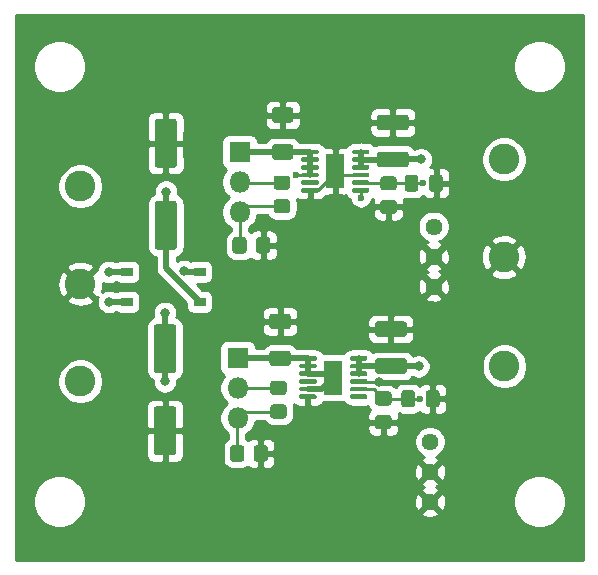
<source format=gbr>
G04 #@! TF.GenerationSoftware,KiCad,Pcbnew,(5.1.7-0-10_14)*
G04 #@! TF.CreationDate,2020-11-05T19:56:57+01:00*
G04 #@! TF.ProjectId,lv-lownoise-psu,6c762d6c-6f77-46e6-9f69-73652d707375,rev?*
G04 #@! TF.SameCoordinates,Original*
G04 #@! TF.FileFunction,Copper,L1,Top*
G04 #@! TF.FilePolarity,Positive*
%FSLAX46Y46*%
G04 Gerber Fmt 4.6, Leading zero omitted, Abs format (unit mm)*
G04 Created by KiCad (PCBNEW (5.1.7-0-10_14)) date 2020-11-05 19:56:57*
%MOMM*%
%LPD*%
G01*
G04 APERTURE LIST*
G04 #@! TA.AperFunction,ComponentPad*
%ADD10C,1.440000*%
G04 #@! TD*
G04 #@! TA.AperFunction,SMDPad,CuDef*
%ADD11R,1.650000X2.850000*%
G04 #@! TD*
G04 #@! TA.AperFunction,ComponentPad*
%ADD12O,1.800000X1.800000*%
G04 #@! TD*
G04 #@! TA.AperFunction,ComponentPad*
%ADD13R,1.800000X1.800000*%
G04 #@! TD*
G04 #@! TA.AperFunction,ComponentPad*
%ADD14C,2.600000*%
G04 #@! TD*
G04 #@! TA.AperFunction,SMDPad,CuDef*
%ADD15R,1.000000X0.800000*%
G04 #@! TD*
G04 #@! TA.AperFunction,ViaPad*
%ADD16C,0.800000*%
G04 #@! TD*
G04 #@! TA.AperFunction,ViaPad*
%ADD17C,0.600000*%
G04 #@! TD*
G04 #@! TA.AperFunction,Conductor*
%ADD18C,0.250000*%
G04 #@! TD*
G04 #@! TA.AperFunction,Conductor*
%ADD19C,0.500000*%
G04 #@! TD*
G04 #@! TA.AperFunction,Conductor*
%ADD20C,0.254000*%
G04 #@! TD*
G04 #@! TA.AperFunction,Conductor*
%ADD21C,0.100000*%
G04 #@! TD*
G04 APERTURE END LIST*
G04 #@! TA.AperFunction,SMDPad,CuDef*
G36*
G01*
X94743500Y-71700000D02*
X93343500Y-71700000D01*
G75*
G02*
X93093500Y-71450000I0J250000D01*
G01*
X93093500Y-67800000D01*
G75*
G02*
X93343500Y-67550000I250000J0D01*
G01*
X94743500Y-67550000D01*
G75*
G02*
X94993500Y-67800000I0J-250000D01*
G01*
X94993500Y-71450000D01*
G75*
G02*
X94743500Y-71700000I-250000J0D01*
G01*
G37*
G04 #@! TD.AperFunction*
G04 #@! TA.AperFunction,SMDPad,CuDef*
G36*
G01*
X94743500Y-78650000D02*
X93343500Y-78650000D01*
G75*
G02*
X93093500Y-78400000I0J250000D01*
G01*
X93093500Y-74750000D01*
G75*
G02*
X93343500Y-74500000I250000J0D01*
G01*
X94743500Y-74500000D01*
G75*
G02*
X94993500Y-74750000I0J-250000D01*
G01*
X94993500Y-78400000D01*
G75*
G02*
X94743500Y-78650000I-250000J0D01*
G01*
G37*
G04 #@! TD.AperFunction*
D10*
X116484400Y-82600800D03*
X116484400Y-80060800D03*
X116484400Y-77520800D03*
G04 #@! TA.AperFunction,SMDPad,CuDef*
G36*
G01*
X112972001Y-74450500D02*
X112071999Y-74450500D01*
G75*
G02*
X111822000Y-74200501I0J249999D01*
G01*
X111822000Y-73500499D01*
G75*
G02*
X112071999Y-73250500I249999J0D01*
G01*
X112972001Y-73250500D01*
G75*
G02*
X113222000Y-73500499I0J-249999D01*
G01*
X113222000Y-74200501D01*
G75*
G02*
X112972001Y-74450500I-249999J0D01*
G01*
G37*
G04 #@! TD.AperFunction*
G04 #@! TA.AperFunction,SMDPad,CuDef*
G36*
G01*
X112972001Y-76450500D02*
X112071999Y-76450500D01*
G75*
G02*
X111822000Y-76200501I0J249999D01*
G01*
X111822000Y-75500499D01*
G75*
G02*
X112071999Y-75250500I249999J0D01*
G01*
X112972001Y-75250500D01*
G75*
G02*
X113222000Y-75500499I0J-249999D01*
G01*
X113222000Y-76200501D01*
G75*
G02*
X112972001Y-76450500I-249999J0D01*
G01*
G37*
G04 #@! TD.AperFunction*
G04 #@! TA.AperFunction,SMDPad,CuDef*
G36*
G01*
X112069699Y-70432500D02*
X114269701Y-70432500D01*
G75*
G02*
X114519700Y-70682499I0J-249999D01*
G01*
X114519700Y-71507501D01*
G75*
G02*
X114269701Y-71757500I-249999J0D01*
G01*
X112069699Y-71757500D01*
G75*
G02*
X111819700Y-71507501I0J249999D01*
G01*
X111819700Y-70682499D01*
G75*
G02*
X112069699Y-70432500I249999J0D01*
G01*
G37*
G04 #@! TD.AperFunction*
G04 #@! TA.AperFunction,SMDPad,CuDef*
G36*
G01*
X112069699Y-67307500D02*
X114269701Y-67307500D01*
G75*
G02*
X114519700Y-67557499I0J-249999D01*
G01*
X114519700Y-68382501D01*
G75*
G02*
X114269701Y-68632500I-249999J0D01*
G01*
X112069699Y-68632500D01*
G75*
G02*
X111819700Y-68382501I0J249999D01*
G01*
X111819700Y-67557499D01*
G75*
G02*
X112069699Y-67307500I249999J0D01*
G01*
G37*
G04 #@! TD.AperFunction*
G04 #@! TA.AperFunction,SMDPad,CuDef*
G36*
G01*
X115221600Y-73388200D02*
X115221600Y-74338200D01*
G75*
G02*
X114971600Y-74588200I-250000J0D01*
G01*
X114296600Y-74588200D01*
G75*
G02*
X114046600Y-74338200I0J250000D01*
G01*
X114046600Y-73388200D01*
G75*
G02*
X114296600Y-73138200I250000J0D01*
G01*
X114971600Y-73138200D01*
G75*
G02*
X115221600Y-73388200I0J-250000D01*
G01*
G37*
G04 #@! TD.AperFunction*
G04 #@! TA.AperFunction,SMDPad,CuDef*
G36*
G01*
X117296600Y-73388200D02*
X117296600Y-74338200D01*
G75*
G02*
X117046600Y-74588200I-250000J0D01*
G01*
X116371600Y-74588200D01*
G75*
G02*
X116121600Y-74338200I0J250000D01*
G01*
X116121600Y-73388200D01*
G75*
G02*
X116371600Y-73138200I250000J0D01*
G01*
X117046600Y-73138200D01*
G75*
G02*
X117296600Y-73388200I0J-250000D01*
G01*
G37*
G04 #@! TD.AperFunction*
G04 #@! TA.AperFunction,SMDPad,CuDef*
G36*
G01*
X103134399Y-69784400D02*
X104434401Y-69784400D01*
G75*
G02*
X104684400Y-70034399I0J-249999D01*
G01*
X104684400Y-70859401D01*
G75*
G02*
X104434401Y-71109400I-249999J0D01*
G01*
X103134399Y-71109400D01*
G75*
G02*
X102884400Y-70859401I0J249999D01*
G01*
X102884400Y-70034399D01*
G75*
G02*
X103134399Y-69784400I249999J0D01*
G01*
G37*
G04 #@! TD.AperFunction*
G04 #@! TA.AperFunction,SMDPad,CuDef*
G36*
G01*
X103134399Y-66659400D02*
X104434401Y-66659400D01*
G75*
G02*
X104684400Y-66909399I0J-249999D01*
G01*
X104684400Y-67734401D01*
G75*
G02*
X104434401Y-67984400I-249999J0D01*
G01*
X103134399Y-67984400D01*
G75*
G02*
X102884400Y-67734401I0J249999D01*
G01*
X102884400Y-66909399D01*
G75*
G02*
X103134399Y-66659400I249999J0D01*
G01*
G37*
G04 #@! TD.AperFunction*
D11*
X108296600Y-72071900D03*
G04 #@! TA.AperFunction,SMDPad,CuDef*
G36*
G01*
X109721600Y-70546900D02*
X109721600Y-70346900D01*
G75*
G02*
X109821600Y-70246900I100000J0D01*
G01*
X111071600Y-70246900D01*
G75*
G02*
X111171600Y-70346900I0J-100000D01*
G01*
X111171600Y-70546900D01*
G75*
G02*
X111071600Y-70646900I-100000J0D01*
G01*
X109821600Y-70646900D01*
G75*
G02*
X109721600Y-70546900I0J100000D01*
G01*
G37*
G04 #@! TD.AperFunction*
G04 #@! TA.AperFunction,SMDPad,CuDef*
G36*
G01*
X109721600Y-71196900D02*
X109721600Y-70996900D01*
G75*
G02*
X109821600Y-70896900I100000J0D01*
G01*
X111071600Y-70896900D01*
G75*
G02*
X111171600Y-70996900I0J-100000D01*
G01*
X111171600Y-71196900D01*
G75*
G02*
X111071600Y-71296900I-100000J0D01*
G01*
X109821600Y-71296900D01*
G75*
G02*
X109721600Y-71196900I0J100000D01*
G01*
G37*
G04 #@! TD.AperFunction*
G04 #@! TA.AperFunction,SMDPad,CuDef*
G36*
G01*
X109721600Y-71846900D02*
X109721600Y-71646900D01*
G75*
G02*
X109821600Y-71546900I100000J0D01*
G01*
X111071600Y-71546900D01*
G75*
G02*
X111171600Y-71646900I0J-100000D01*
G01*
X111171600Y-71846900D01*
G75*
G02*
X111071600Y-71946900I-100000J0D01*
G01*
X109821600Y-71946900D01*
G75*
G02*
X109721600Y-71846900I0J100000D01*
G01*
G37*
G04 #@! TD.AperFunction*
G04 #@! TA.AperFunction,SMDPad,CuDef*
G36*
G01*
X109721600Y-72496900D02*
X109721600Y-72296900D01*
G75*
G02*
X109821600Y-72196900I100000J0D01*
G01*
X111071600Y-72196900D01*
G75*
G02*
X111171600Y-72296900I0J-100000D01*
G01*
X111171600Y-72496900D01*
G75*
G02*
X111071600Y-72596900I-100000J0D01*
G01*
X109821600Y-72596900D01*
G75*
G02*
X109721600Y-72496900I0J100000D01*
G01*
G37*
G04 #@! TD.AperFunction*
G04 #@! TA.AperFunction,SMDPad,CuDef*
G36*
G01*
X109721600Y-73146900D02*
X109721600Y-72946900D01*
G75*
G02*
X109821600Y-72846900I100000J0D01*
G01*
X111071600Y-72846900D01*
G75*
G02*
X111171600Y-72946900I0J-100000D01*
G01*
X111171600Y-73146900D01*
G75*
G02*
X111071600Y-73246900I-100000J0D01*
G01*
X109821600Y-73246900D01*
G75*
G02*
X109721600Y-73146900I0J100000D01*
G01*
G37*
G04 #@! TD.AperFunction*
G04 #@! TA.AperFunction,SMDPad,CuDef*
G36*
G01*
X109721600Y-73796900D02*
X109721600Y-73596900D01*
G75*
G02*
X109821600Y-73496900I100000J0D01*
G01*
X111071600Y-73496900D01*
G75*
G02*
X111171600Y-73596900I0J-100000D01*
G01*
X111171600Y-73796900D01*
G75*
G02*
X111071600Y-73896900I-100000J0D01*
G01*
X109821600Y-73896900D01*
G75*
G02*
X109721600Y-73796900I0J100000D01*
G01*
G37*
G04 #@! TD.AperFunction*
G04 #@! TA.AperFunction,SMDPad,CuDef*
G36*
G01*
X105421600Y-73796900D02*
X105421600Y-73596900D01*
G75*
G02*
X105521600Y-73496900I100000J0D01*
G01*
X106771600Y-73496900D01*
G75*
G02*
X106871600Y-73596900I0J-100000D01*
G01*
X106871600Y-73796900D01*
G75*
G02*
X106771600Y-73896900I-100000J0D01*
G01*
X105521600Y-73896900D01*
G75*
G02*
X105421600Y-73796900I0J100000D01*
G01*
G37*
G04 #@! TD.AperFunction*
G04 #@! TA.AperFunction,SMDPad,CuDef*
G36*
G01*
X105421600Y-73146900D02*
X105421600Y-72946900D01*
G75*
G02*
X105521600Y-72846900I100000J0D01*
G01*
X106771600Y-72846900D01*
G75*
G02*
X106871600Y-72946900I0J-100000D01*
G01*
X106871600Y-73146900D01*
G75*
G02*
X106771600Y-73246900I-100000J0D01*
G01*
X105521600Y-73246900D01*
G75*
G02*
X105421600Y-73146900I0J100000D01*
G01*
G37*
G04 #@! TD.AperFunction*
G04 #@! TA.AperFunction,SMDPad,CuDef*
G36*
G01*
X105421600Y-72496900D02*
X105421600Y-72296900D01*
G75*
G02*
X105521600Y-72196900I100000J0D01*
G01*
X106771600Y-72196900D01*
G75*
G02*
X106871600Y-72296900I0J-100000D01*
G01*
X106871600Y-72496900D01*
G75*
G02*
X106771600Y-72596900I-100000J0D01*
G01*
X105521600Y-72596900D01*
G75*
G02*
X105421600Y-72496900I0J100000D01*
G01*
G37*
G04 #@! TD.AperFunction*
G04 #@! TA.AperFunction,SMDPad,CuDef*
G36*
G01*
X105421600Y-71846900D02*
X105421600Y-71646900D01*
G75*
G02*
X105521600Y-71546900I100000J0D01*
G01*
X106771600Y-71546900D01*
G75*
G02*
X106871600Y-71646900I0J-100000D01*
G01*
X106871600Y-71846900D01*
G75*
G02*
X106771600Y-71946900I-100000J0D01*
G01*
X105521600Y-71946900D01*
G75*
G02*
X105421600Y-71846900I0J100000D01*
G01*
G37*
G04 #@! TD.AperFunction*
G04 #@! TA.AperFunction,SMDPad,CuDef*
G36*
G01*
X105421600Y-71196900D02*
X105421600Y-70996900D01*
G75*
G02*
X105521600Y-70896900I100000J0D01*
G01*
X106771600Y-70896900D01*
G75*
G02*
X106871600Y-70996900I0J-100000D01*
G01*
X106871600Y-71196900D01*
G75*
G02*
X106771600Y-71296900I-100000J0D01*
G01*
X105521600Y-71296900D01*
G75*
G02*
X105421600Y-71196900I0J100000D01*
G01*
G37*
G04 #@! TD.AperFunction*
G04 #@! TA.AperFunction,SMDPad,CuDef*
G36*
G01*
X105421600Y-70546900D02*
X105421600Y-70346900D01*
G75*
G02*
X105521600Y-70246900I100000J0D01*
G01*
X106771600Y-70246900D01*
G75*
G02*
X106871600Y-70346900I0J-100000D01*
G01*
X106871600Y-70546900D01*
G75*
G02*
X106771600Y-70646900I-100000J0D01*
G01*
X105521600Y-70646900D01*
G75*
G02*
X105421600Y-70546900I0J100000D01*
G01*
G37*
G04 #@! TD.AperFunction*
X108474400Y-54597900D03*
G04 #@! TA.AperFunction,SMDPad,CuDef*
G36*
G01*
X109899400Y-53072900D02*
X109899400Y-52872900D01*
G75*
G02*
X109999400Y-52772900I100000J0D01*
G01*
X111249400Y-52772900D01*
G75*
G02*
X111349400Y-52872900I0J-100000D01*
G01*
X111349400Y-53072900D01*
G75*
G02*
X111249400Y-53172900I-100000J0D01*
G01*
X109999400Y-53172900D01*
G75*
G02*
X109899400Y-53072900I0J100000D01*
G01*
G37*
G04 #@! TD.AperFunction*
G04 #@! TA.AperFunction,SMDPad,CuDef*
G36*
G01*
X109899400Y-53722900D02*
X109899400Y-53522900D01*
G75*
G02*
X109999400Y-53422900I100000J0D01*
G01*
X111249400Y-53422900D01*
G75*
G02*
X111349400Y-53522900I0J-100000D01*
G01*
X111349400Y-53722900D01*
G75*
G02*
X111249400Y-53822900I-100000J0D01*
G01*
X109999400Y-53822900D01*
G75*
G02*
X109899400Y-53722900I0J100000D01*
G01*
G37*
G04 #@! TD.AperFunction*
G04 #@! TA.AperFunction,SMDPad,CuDef*
G36*
G01*
X109899400Y-54372900D02*
X109899400Y-54172900D01*
G75*
G02*
X109999400Y-54072900I100000J0D01*
G01*
X111249400Y-54072900D01*
G75*
G02*
X111349400Y-54172900I0J-100000D01*
G01*
X111349400Y-54372900D01*
G75*
G02*
X111249400Y-54472900I-100000J0D01*
G01*
X109999400Y-54472900D01*
G75*
G02*
X109899400Y-54372900I0J100000D01*
G01*
G37*
G04 #@! TD.AperFunction*
G04 #@! TA.AperFunction,SMDPad,CuDef*
G36*
G01*
X109899400Y-55022900D02*
X109899400Y-54822900D01*
G75*
G02*
X109999400Y-54722900I100000J0D01*
G01*
X111249400Y-54722900D01*
G75*
G02*
X111349400Y-54822900I0J-100000D01*
G01*
X111349400Y-55022900D01*
G75*
G02*
X111249400Y-55122900I-100000J0D01*
G01*
X109999400Y-55122900D01*
G75*
G02*
X109899400Y-55022900I0J100000D01*
G01*
G37*
G04 #@! TD.AperFunction*
G04 #@! TA.AperFunction,SMDPad,CuDef*
G36*
G01*
X109899400Y-55672900D02*
X109899400Y-55472900D01*
G75*
G02*
X109999400Y-55372900I100000J0D01*
G01*
X111249400Y-55372900D01*
G75*
G02*
X111349400Y-55472900I0J-100000D01*
G01*
X111349400Y-55672900D01*
G75*
G02*
X111249400Y-55772900I-100000J0D01*
G01*
X109999400Y-55772900D01*
G75*
G02*
X109899400Y-55672900I0J100000D01*
G01*
G37*
G04 #@! TD.AperFunction*
G04 #@! TA.AperFunction,SMDPad,CuDef*
G36*
G01*
X109899400Y-56322900D02*
X109899400Y-56122900D01*
G75*
G02*
X109999400Y-56022900I100000J0D01*
G01*
X111249400Y-56022900D01*
G75*
G02*
X111349400Y-56122900I0J-100000D01*
G01*
X111349400Y-56322900D01*
G75*
G02*
X111249400Y-56422900I-100000J0D01*
G01*
X109999400Y-56422900D01*
G75*
G02*
X109899400Y-56322900I0J100000D01*
G01*
G37*
G04 #@! TD.AperFunction*
G04 #@! TA.AperFunction,SMDPad,CuDef*
G36*
G01*
X105599400Y-56322900D02*
X105599400Y-56122900D01*
G75*
G02*
X105699400Y-56022900I100000J0D01*
G01*
X106949400Y-56022900D01*
G75*
G02*
X107049400Y-56122900I0J-100000D01*
G01*
X107049400Y-56322900D01*
G75*
G02*
X106949400Y-56422900I-100000J0D01*
G01*
X105699400Y-56422900D01*
G75*
G02*
X105599400Y-56322900I0J100000D01*
G01*
G37*
G04 #@! TD.AperFunction*
G04 #@! TA.AperFunction,SMDPad,CuDef*
G36*
G01*
X105599400Y-55672900D02*
X105599400Y-55472900D01*
G75*
G02*
X105699400Y-55372900I100000J0D01*
G01*
X106949400Y-55372900D01*
G75*
G02*
X107049400Y-55472900I0J-100000D01*
G01*
X107049400Y-55672900D01*
G75*
G02*
X106949400Y-55772900I-100000J0D01*
G01*
X105699400Y-55772900D01*
G75*
G02*
X105599400Y-55672900I0J100000D01*
G01*
G37*
G04 #@! TD.AperFunction*
G04 #@! TA.AperFunction,SMDPad,CuDef*
G36*
G01*
X105599400Y-55022900D02*
X105599400Y-54822900D01*
G75*
G02*
X105699400Y-54722900I100000J0D01*
G01*
X106949400Y-54722900D01*
G75*
G02*
X107049400Y-54822900I0J-100000D01*
G01*
X107049400Y-55022900D01*
G75*
G02*
X106949400Y-55122900I-100000J0D01*
G01*
X105699400Y-55122900D01*
G75*
G02*
X105599400Y-55022900I0J100000D01*
G01*
G37*
G04 #@! TD.AperFunction*
G04 #@! TA.AperFunction,SMDPad,CuDef*
G36*
G01*
X105599400Y-54372900D02*
X105599400Y-54172900D01*
G75*
G02*
X105699400Y-54072900I100000J0D01*
G01*
X106949400Y-54072900D01*
G75*
G02*
X107049400Y-54172900I0J-100000D01*
G01*
X107049400Y-54372900D01*
G75*
G02*
X106949400Y-54472900I-100000J0D01*
G01*
X105699400Y-54472900D01*
G75*
G02*
X105599400Y-54372900I0J100000D01*
G01*
G37*
G04 #@! TD.AperFunction*
G04 #@! TA.AperFunction,SMDPad,CuDef*
G36*
G01*
X105599400Y-53722900D02*
X105599400Y-53522900D01*
G75*
G02*
X105699400Y-53422900I100000J0D01*
G01*
X106949400Y-53422900D01*
G75*
G02*
X107049400Y-53522900I0J-100000D01*
G01*
X107049400Y-53722900D01*
G75*
G02*
X106949400Y-53822900I-100000J0D01*
G01*
X105699400Y-53822900D01*
G75*
G02*
X105599400Y-53722900I0J100000D01*
G01*
G37*
G04 #@! TD.AperFunction*
G04 #@! TA.AperFunction,SMDPad,CuDef*
G36*
G01*
X105599400Y-53072900D02*
X105599400Y-52872900D01*
G75*
G02*
X105699400Y-52772900I100000J0D01*
G01*
X106949400Y-52772900D01*
G75*
G02*
X107049400Y-52872900I0J-100000D01*
G01*
X107049400Y-53072900D01*
G75*
G02*
X106949400Y-53172900I-100000J0D01*
G01*
X105699400Y-53172900D01*
G75*
G02*
X105599400Y-53072900I0J100000D01*
G01*
G37*
G04 #@! TD.AperFunction*
G04 #@! TA.AperFunction,SMDPad,CuDef*
G36*
G01*
X114434801Y-51144200D02*
X112234799Y-51144200D01*
G75*
G02*
X111984800Y-50894201I0J249999D01*
G01*
X111984800Y-50069199D01*
G75*
G02*
X112234799Y-49819200I249999J0D01*
G01*
X114434801Y-49819200D01*
G75*
G02*
X114684800Y-50069199I0J-249999D01*
G01*
X114684800Y-50894201D01*
G75*
G02*
X114434801Y-51144200I-249999J0D01*
G01*
G37*
G04 #@! TD.AperFunction*
G04 #@! TA.AperFunction,SMDPad,CuDef*
G36*
G01*
X114434801Y-54269200D02*
X112234799Y-54269200D01*
G75*
G02*
X111984800Y-54019201I0J249999D01*
G01*
X111984800Y-53194199D01*
G75*
G02*
X112234799Y-52944200I249999J0D01*
G01*
X114434801Y-52944200D01*
G75*
G02*
X114684800Y-53194199I0J-249999D01*
G01*
X114684800Y-54019201D01*
G75*
G02*
X114434801Y-54269200I-249999J0D01*
G01*
G37*
G04 #@! TD.AperFunction*
G04 #@! TA.AperFunction,SMDPad,CuDef*
G36*
G01*
X116401000Y-56101000D02*
X116401000Y-55151000D01*
G75*
G02*
X116651000Y-54901000I250000J0D01*
G01*
X117326000Y-54901000D01*
G75*
G02*
X117576000Y-55151000I0J-250000D01*
G01*
X117576000Y-56101000D01*
G75*
G02*
X117326000Y-56351000I-250000J0D01*
G01*
X116651000Y-56351000D01*
G75*
G02*
X116401000Y-56101000I0J250000D01*
G01*
G37*
G04 #@! TD.AperFunction*
G04 #@! TA.AperFunction,SMDPad,CuDef*
G36*
G01*
X114326000Y-56101000D02*
X114326000Y-55151000D01*
G75*
G02*
X114576000Y-54901000I250000J0D01*
G01*
X115251000Y-54901000D01*
G75*
G02*
X115501000Y-55151000I0J-250000D01*
G01*
X115501000Y-56101000D01*
G75*
G02*
X115251000Y-56351000I-250000J0D01*
G01*
X114576000Y-56351000D01*
G75*
G02*
X114326000Y-56101000I0J250000D01*
G01*
G37*
G04 #@! TD.AperFunction*
G04 #@! TA.AperFunction,SMDPad,CuDef*
G36*
G01*
X104663001Y-50509600D02*
X103362999Y-50509600D01*
G75*
G02*
X103113000Y-50259601I0J249999D01*
G01*
X103113000Y-49434599D01*
G75*
G02*
X103362999Y-49184600I249999J0D01*
G01*
X104663001Y-49184600D01*
G75*
G02*
X104913000Y-49434599I0J-249999D01*
G01*
X104913000Y-50259601D01*
G75*
G02*
X104663001Y-50509600I-249999J0D01*
G01*
G37*
G04 #@! TD.AperFunction*
G04 #@! TA.AperFunction,SMDPad,CuDef*
G36*
G01*
X104663001Y-53634600D02*
X103362999Y-53634600D01*
G75*
G02*
X103113000Y-53384601I0J249999D01*
G01*
X103113000Y-52559599D01*
G75*
G02*
X103362999Y-52309600I249999J0D01*
G01*
X104663001Y-52309600D01*
G75*
G02*
X104913000Y-52559599I0J-249999D01*
G01*
X104913000Y-53384601D01*
G75*
G02*
X104663001Y-53634600I-249999J0D01*
G01*
G37*
G04 #@! TD.AperFunction*
G04 #@! TA.AperFunction,SMDPad,CuDef*
G36*
G01*
X94807000Y-54307000D02*
X93407000Y-54307000D01*
G75*
G02*
X93157000Y-54057000I0J250000D01*
G01*
X93157000Y-50407000D01*
G75*
G02*
X93407000Y-50157000I250000J0D01*
G01*
X94807000Y-50157000D01*
G75*
G02*
X95057000Y-50407000I0J-250000D01*
G01*
X95057000Y-54057000D01*
G75*
G02*
X94807000Y-54307000I-250000J0D01*
G01*
G37*
G04 #@! TD.AperFunction*
G04 #@! TA.AperFunction,SMDPad,CuDef*
G36*
G01*
X94807000Y-61257000D02*
X93407000Y-61257000D01*
G75*
G02*
X93157000Y-61007000I0J250000D01*
G01*
X93157000Y-57357000D01*
G75*
G02*
X93407000Y-57107000I250000J0D01*
G01*
X94807000Y-57107000D01*
G75*
G02*
X95057000Y-57357000I0J-250000D01*
G01*
X95057000Y-61007000D01*
G75*
G02*
X94807000Y-61257000I-250000J0D01*
G01*
G37*
G04 #@! TD.AperFunction*
G04 #@! TA.AperFunction,SMDPad,CuDef*
G36*
G01*
X104094701Y-73548800D02*
X103194699Y-73548800D01*
G75*
G02*
X102944700Y-73298801I0J249999D01*
G01*
X102944700Y-72598799D01*
G75*
G02*
X103194699Y-72348800I249999J0D01*
G01*
X104094701Y-72348800D01*
G75*
G02*
X104344700Y-72598799I0J-249999D01*
G01*
X104344700Y-73298801D01*
G75*
G02*
X104094701Y-73548800I-249999J0D01*
G01*
G37*
G04 #@! TD.AperFunction*
G04 #@! TA.AperFunction,SMDPad,CuDef*
G36*
G01*
X104094701Y-75548800D02*
X103194699Y-75548800D01*
G75*
G02*
X102944700Y-75298801I0J249999D01*
G01*
X102944700Y-74598799D01*
G75*
G02*
X103194699Y-74348800I249999J0D01*
G01*
X104094701Y-74348800D01*
G75*
G02*
X104344700Y-74598799I0J-249999D01*
G01*
X104344700Y-75298801D01*
G75*
G02*
X104094701Y-75548800I-249999J0D01*
G01*
G37*
G04 #@! TD.AperFunction*
G04 #@! TA.AperFunction,SMDPad,CuDef*
G36*
G01*
X100752200Y-78048699D02*
X100752200Y-78948701D01*
G75*
G02*
X100502201Y-79198700I-249999J0D01*
G01*
X99802199Y-79198700D01*
G75*
G02*
X99552200Y-78948701I0J249999D01*
G01*
X99552200Y-78048699D01*
G75*
G02*
X99802199Y-77798700I249999J0D01*
G01*
X100502201Y-77798700D01*
G75*
G02*
X100752200Y-78048699I0J-249999D01*
G01*
G37*
G04 #@! TD.AperFunction*
G04 #@! TA.AperFunction,SMDPad,CuDef*
G36*
G01*
X102752200Y-78048699D02*
X102752200Y-78948701D01*
G75*
G02*
X102502201Y-79198700I-249999J0D01*
G01*
X101802199Y-79198700D01*
G75*
G02*
X101552200Y-78948701I0J249999D01*
G01*
X101552200Y-78048699D01*
G75*
G02*
X101802199Y-77798700I249999J0D01*
G01*
X102502201Y-77798700D01*
G75*
G02*
X102752200Y-78048699I0J-249999D01*
G01*
G37*
G04 #@! TD.AperFunction*
G04 #@! TA.AperFunction,SMDPad,CuDef*
G36*
G01*
X101755400Y-61321101D02*
X101755400Y-60421099D01*
G75*
G02*
X102005399Y-60171100I249999J0D01*
G01*
X102705401Y-60171100D01*
G75*
G02*
X102955400Y-60421099I0J-249999D01*
G01*
X102955400Y-61321101D01*
G75*
G02*
X102705401Y-61571100I-249999J0D01*
G01*
X102005399Y-61571100D01*
G75*
G02*
X101755400Y-61321101I0J249999D01*
G01*
G37*
G04 #@! TD.AperFunction*
G04 #@! TA.AperFunction,SMDPad,CuDef*
G36*
G01*
X99755400Y-61321101D02*
X99755400Y-60421099D01*
G75*
G02*
X100005399Y-60171100I249999J0D01*
G01*
X100705401Y-60171100D01*
G75*
G02*
X100955400Y-60421099I0J-249999D01*
G01*
X100955400Y-61321101D01*
G75*
G02*
X100705401Y-61571100I-249999J0D01*
G01*
X100005399Y-61571100D01*
G75*
G02*
X99755400Y-61321101I0J249999D01*
G01*
G37*
G04 #@! TD.AperFunction*
G04 #@! TA.AperFunction,SMDPad,CuDef*
G36*
G01*
X103486799Y-56965800D02*
X104386801Y-56965800D01*
G75*
G02*
X104636800Y-57215799I0J-249999D01*
G01*
X104636800Y-57915801D01*
G75*
G02*
X104386801Y-58165800I-249999J0D01*
G01*
X103486799Y-58165800D01*
G75*
G02*
X103236800Y-57915801I0J249999D01*
G01*
X103236800Y-57215799D01*
G75*
G02*
X103486799Y-56965800I249999J0D01*
G01*
G37*
G04 #@! TD.AperFunction*
G04 #@! TA.AperFunction,SMDPad,CuDef*
G36*
G01*
X103486799Y-54965800D02*
X104386801Y-54965800D01*
G75*
G02*
X104636800Y-55215799I0J-249999D01*
G01*
X104636800Y-55915801D01*
G75*
G02*
X104386801Y-56165800I-249999J0D01*
G01*
X103486799Y-56165800D01*
G75*
G02*
X103236800Y-55915801I0J249999D01*
G01*
X103236800Y-55215799D01*
G75*
G02*
X103486799Y-54965800I249999J0D01*
G01*
G37*
G04 #@! TD.AperFunction*
D12*
X100190300Y-75501500D03*
X100190300Y-72961500D03*
D13*
X100190300Y-70421500D03*
D12*
X100355400Y-58064400D03*
X100355400Y-55524400D03*
D13*
X100355400Y-52984400D03*
D10*
X116789200Y-64363600D03*
X116789200Y-61823600D03*
X116789200Y-59283600D03*
G04 #@! TA.AperFunction,SMDPad,CuDef*
G36*
G01*
X112516499Y-57026000D02*
X113416501Y-57026000D01*
G75*
G02*
X113666500Y-57275999I0J-249999D01*
G01*
X113666500Y-57976001D01*
G75*
G02*
X113416501Y-58226000I-249999J0D01*
G01*
X112516499Y-58226000D01*
G75*
G02*
X112266500Y-57976001I0J249999D01*
G01*
X112266500Y-57275999D01*
G75*
G02*
X112516499Y-57026000I249999J0D01*
G01*
G37*
G04 #@! TD.AperFunction*
G04 #@! TA.AperFunction,SMDPad,CuDef*
G36*
G01*
X112516499Y-55026000D02*
X113416501Y-55026000D01*
G75*
G02*
X113666500Y-55275999I0J-249999D01*
G01*
X113666500Y-55976001D01*
G75*
G02*
X113416501Y-56226000I-249999J0D01*
G01*
X112516499Y-56226000D01*
G75*
G02*
X112266500Y-55976001I0J249999D01*
G01*
X112266500Y-55275999D01*
G75*
G02*
X112516499Y-55026000I249999J0D01*
G01*
G37*
G04 #@! TD.AperFunction*
D14*
X122783600Y-71120000D03*
X122732800Y-61874400D03*
X122732800Y-53594000D03*
X86868000Y-55880000D03*
X86868000Y-64135000D03*
X86868000Y-72390000D03*
D15*
X96964500Y-63119000D03*
X96964500Y-65659000D03*
X90814500Y-65659000D03*
X90814500Y-63119000D03*
D16*
X112166400Y-72440800D03*
X106121200Y-74879200D03*
X94132400Y-56337200D03*
X95631000Y-63055500D03*
X94030800Y-72390000D03*
X94030800Y-66598800D03*
D17*
X115874800Y-55626000D03*
X115620800Y-73863200D03*
D16*
X89281000Y-65659000D03*
X89281000Y-63119000D03*
D17*
X110617000Y-56832500D03*
X105156000Y-54927500D03*
D16*
X115722400Y-53594000D03*
X115519200Y-71120000D03*
D18*
X108474400Y-54797900D02*
X108474400Y-54597900D01*
X108799400Y-54922900D02*
X108474400Y-54597900D01*
X110624400Y-54922900D02*
X108799400Y-54922900D01*
X108474400Y-54748958D02*
X108474400Y-54597900D01*
X107000458Y-56222900D02*
X108474400Y-54748958D01*
X106324400Y-56222900D02*
X107000458Y-56222900D01*
D19*
X106121200Y-73772310D02*
X106146600Y-73746910D01*
X106121200Y-74879200D02*
X106121200Y-73772310D01*
D18*
X110490500Y-72440800D02*
X110446600Y-72396900D01*
X112166400Y-72440800D02*
X110490500Y-72440800D01*
D19*
X94737502Y-59182000D02*
X94107000Y-59182000D01*
D18*
X100396800Y-55565800D02*
X100355400Y-55524400D01*
X103936800Y-55565800D02*
X100396800Y-55565800D01*
D19*
X94107000Y-56362600D02*
X94132400Y-56337200D01*
X94107000Y-59182000D02*
X94107000Y-56362600D01*
X96964500Y-65659000D02*
X94132400Y-62826900D01*
X94132400Y-59207400D02*
X94107000Y-59182000D01*
X94132400Y-62826900D02*
X94132400Y-59207400D01*
X95694500Y-63119000D02*
X95631000Y-63055500D01*
X96964500Y-63119000D02*
X95694500Y-63119000D01*
D18*
X100203000Y-72948800D02*
X100190300Y-72961500D01*
X103644700Y-72948800D02*
X100203000Y-72948800D01*
D19*
X94030800Y-69637700D02*
X94043500Y-69625000D01*
X94030800Y-72390000D02*
X94030800Y-69637700D01*
X94030800Y-69612300D02*
X94043500Y-69625000D01*
X94030800Y-66598800D02*
X94030800Y-69612300D01*
D18*
X112913400Y-55572900D02*
X112966500Y-55626000D01*
X110624400Y-55572900D02*
X112913400Y-55572900D01*
X112966500Y-55626000D02*
X114913500Y-55626000D01*
X114935000Y-55647500D02*
X114913500Y-55626000D01*
X114913500Y-55626000D02*
X115976400Y-55626000D01*
X114634100Y-73863200D02*
X115722400Y-73863200D01*
X111718400Y-73046900D02*
X112522000Y-73850500D01*
X110446600Y-73046900D02*
X111718400Y-73046900D01*
X114621400Y-73850500D02*
X114634100Y-73863200D01*
X112522000Y-73850500D02*
X114621400Y-73850500D01*
D19*
X90814500Y-65659000D02*
X89281000Y-65659000D01*
X90814500Y-63119000D02*
X89281000Y-63119000D01*
D18*
X104013800Y-52972900D02*
X104013000Y-52972100D01*
X110624400Y-56825100D02*
X110617000Y-56832500D01*
X110624400Y-56222900D02*
X110624400Y-56825100D01*
X106236994Y-55010306D02*
X106324400Y-54922900D01*
X106319800Y-54927500D02*
X106324400Y-54922900D01*
X105156000Y-54927500D02*
X106319800Y-54927500D01*
D19*
X106323600Y-52972100D02*
X106324400Y-52972900D01*
X104013000Y-52972100D02*
X106323600Y-52972100D01*
X106324400Y-52972900D02*
X106324400Y-54922900D01*
X100367700Y-52972100D02*
X100355400Y-52984400D01*
X104013000Y-52972100D02*
X100367700Y-52972100D01*
X103759000Y-70421500D02*
X103784400Y-70446900D01*
X100190300Y-70421500D02*
X103759000Y-70421500D01*
X103784400Y-70446900D02*
X106146600Y-70446900D01*
X106146600Y-70446900D02*
X106146600Y-71746900D01*
X107971590Y-71746890D02*
X106146600Y-71746890D01*
X108296600Y-72071900D02*
X107971590Y-71746890D01*
X107321600Y-73046900D02*
X108296600Y-72071900D01*
X106146600Y-73046900D02*
X107321600Y-73046900D01*
D18*
X100854000Y-57565800D02*
X100355400Y-58064400D01*
X103936800Y-57565800D02*
X100854000Y-57565800D01*
X100355400Y-58064400D02*
X100355400Y-60871100D01*
X100743000Y-74948800D02*
X100190300Y-75501500D01*
X103644700Y-74948800D02*
X100743000Y-74948800D01*
X100152200Y-75539600D02*
X100190300Y-75501500D01*
X100152200Y-78498700D02*
X100152200Y-75539600D01*
D19*
X113318600Y-53622900D02*
X113334800Y-53606700D01*
X110624400Y-53622900D02*
X113318600Y-53622900D01*
X110624400Y-52972900D02*
X110624400Y-54272900D01*
X115709700Y-53606700D02*
X115722400Y-53594000D01*
X113334800Y-53606700D02*
X115709700Y-53606700D01*
X115494200Y-71095000D02*
X115519200Y-71120000D01*
X113169700Y-71095000D02*
X115494200Y-71095000D01*
X110448500Y-71095000D02*
X110446600Y-71096900D01*
X113169700Y-71095000D02*
X110448500Y-71095000D01*
X110446600Y-70446900D02*
X110446600Y-71746900D01*
D20*
X129413000Y-87503000D02*
X81407000Y-87503000D01*
X81407000Y-82329872D01*
X82855000Y-82329872D01*
X82855000Y-82770128D01*
X82940890Y-83201925D01*
X83109369Y-83608669D01*
X83353962Y-83974729D01*
X83665271Y-84286038D01*
X84031331Y-84530631D01*
X84438075Y-84699110D01*
X84869872Y-84785000D01*
X85310128Y-84785000D01*
X85741925Y-84699110D01*
X86148669Y-84530631D01*
X86514729Y-84286038D01*
X86826038Y-83974729D01*
X87070631Y-83608669D01*
X87100582Y-83536360D01*
X115728445Y-83536360D01*
X115790332Y-83772168D01*
X116032190Y-83885066D01*
X116291427Y-83948611D01*
X116558080Y-83960361D01*
X116821901Y-83919863D01*
X117072753Y-83828675D01*
X117178468Y-83772168D01*
X117240355Y-83536360D01*
X116484400Y-82780405D01*
X115728445Y-83536360D01*
X87100582Y-83536360D01*
X87239110Y-83201925D01*
X87325000Y-82770128D01*
X87325000Y-82674480D01*
X115124839Y-82674480D01*
X115165337Y-82938301D01*
X115256525Y-83189153D01*
X115313032Y-83294868D01*
X115548840Y-83356755D01*
X116304795Y-82600800D01*
X116664005Y-82600800D01*
X117419960Y-83356755D01*
X117655768Y-83294868D01*
X117768666Y-83053010D01*
X117832211Y-82793773D01*
X117843961Y-82527120D01*
X117813683Y-82329872D01*
X123495000Y-82329872D01*
X123495000Y-82770128D01*
X123580890Y-83201925D01*
X123749369Y-83608669D01*
X123993962Y-83974729D01*
X124305271Y-84286038D01*
X124671331Y-84530631D01*
X125078075Y-84699110D01*
X125509872Y-84785000D01*
X125950128Y-84785000D01*
X126381925Y-84699110D01*
X126788669Y-84530631D01*
X127154729Y-84286038D01*
X127466038Y-83974729D01*
X127710631Y-83608669D01*
X127879110Y-83201925D01*
X127965000Y-82770128D01*
X127965000Y-82329872D01*
X127879110Y-81898075D01*
X127710631Y-81491331D01*
X127466038Y-81125271D01*
X127154729Y-80813962D01*
X126788669Y-80569369D01*
X126381925Y-80400890D01*
X125950128Y-80315000D01*
X125509872Y-80315000D01*
X125078075Y-80400890D01*
X124671331Y-80569369D01*
X124305271Y-80813962D01*
X123993962Y-81125271D01*
X123749369Y-81491331D01*
X123580890Y-81898075D01*
X123495000Y-82329872D01*
X117813683Y-82329872D01*
X117803463Y-82263299D01*
X117712275Y-82012447D01*
X117655768Y-81906732D01*
X117419960Y-81844845D01*
X116664005Y-82600800D01*
X116304795Y-82600800D01*
X115548840Y-81844845D01*
X115313032Y-81906732D01*
X115200134Y-82148590D01*
X115136589Y-82407827D01*
X115124839Y-82674480D01*
X87325000Y-82674480D01*
X87325000Y-82329872D01*
X87239110Y-81898075D01*
X87070631Y-81491331D01*
X86826038Y-81125271D01*
X86697127Y-80996360D01*
X115728445Y-80996360D01*
X115790332Y-81232168D01*
X116006138Y-81332905D01*
X115896047Y-81372925D01*
X115790332Y-81429432D01*
X115728445Y-81665240D01*
X116484400Y-82421195D01*
X117240355Y-81665240D01*
X117178468Y-81429432D01*
X116962662Y-81328695D01*
X117072753Y-81288675D01*
X117178468Y-81232168D01*
X117240355Y-80996360D01*
X116484400Y-80240405D01*
X115728445Y-80996360D01*
X86697127Y-80996360D01*
X86514729Y-80813962D01*
X86148669Y-80569369D01*
X85741925Y-80400890D01*
X85310128Y-80315000D01*
X84869872Y-80315000D01*
X84438075Y-80400890D01*
X84031331Y-80569369D01*
X83665271Y-80813962D01*
X83353962Y-81125271D01*
X83109369Y-81491331D01*
X82940890Y-81898075D01*
X82855000Y-82329872D01*
X81407000Y-82329872D01*
X81407000Y-80134480D01*
X115124839Y-80134480D01*
X115165337Y-80398301D01*
X115256525Y-80649153D01*
X115313032Y-80754868D01*
X115548840Y-80816755D01*
X116304795Y-80060800D01*
X116664005Y-80060800D01*
X117419960Y-80816755D01*
X117655768Y-80754868D01*
X117768666Y-80513010D01*
X117832211Y-80253773D01*
X117843961Y-79987120D01*
X117803463Y-79723299D01*
X117712275Y-79472447D01*
X117655768Y-79366732D01*
X117419960Y-79304845D01*
X116664005Y-80060800D01*
X116304795Y-80060800D01*
X115548840Y-79304845D01*
X115313032Y-79366732D01*
X115200134Y-79608590D01*
X115136589Y-79867827D01*
X115124839Y-80134480D01*
X81407000Y-80134480D01*
X81407000Y-78650000D01*
X92455428Y-78650000D01*
X92467688Y-78774482D01*
X92503998Y-78894180D01*
X92562963Y-79004494D01*
X92642315Y-79101185D01*
X92739006Y-79180537D01*
X92849320Y-79239502D01*
X92969018Y-79275812D01*
X93093500Y-79288072D01*
X93757750Y-79285000D01*
X93916500Y-79126250D01*
X93916500Y-76702000D01*
X94170500Y-76702000D01*
X94170500Y-79126250D01*
X94329250Y-79285000D01*
X94993500Y-79288072D01*
X95117982Y-79275812D01*
X95237680Y-79239502D01*
X95347994Y-79180537D01*
X95444685Y-79101185D01*
X95524037Y-79004494D01*
X95583002Y-78894180D01*
X95619312Y-78774482D01*
X95631572Y-78650000D01*
X95628500Y-76860750D01*
X95469750Y-76702000D01*
X94170500Y-76702000D01*
X93916500Y-76702000D01*
X92617250Y-76702000D01*
X92458500Y-76860750D01*
X92455428Y-78650000D01*
X81407000Y-78650000D01*
X81407000Y-74500000D01*
X92455428Y-74500000D01*
X92458500Y-76289250D01*
X92617250Y-76448000D01*
X93916500Y-76448000D01*
X93916500Y-74023750D01*
X94170500Y-74023750D01*
X94170500Y-76448000D01*
X95469750Y-76448000D01*
X95628500Y-76289250D01*
X95631572Y-74500000D01*
X95619312Y-74375518D01*
X95583002Y-74255820D01*
X95524037Y-74145506D01*
X95444685Y-74048815D01*
X95347994Y-73969463D01*
X95237680Y-73910498D01*
X95117982Y-73874188D01*
X94993500Y-73861928D01*
X94329250Y-73865000D01*
X94170500Y-74023750D01*
X93916500Y-74023750D01*
X93757750Y-73865000D01*
X93093500Y-73861928D01*
X92969018Y-73874188D01*
X92849320Y-73910498D01*
X92739006Y-73969463D01*
X92642315Y-74048815D01*
X92562963Y-74145506D01*
X92503998Y-74255820D01*
X92467688Y-74375518D01*
X92455428Y-74500000D01*
X81407000Y-74500000D01*
X81407000Y-72199419D01*
X84933000Y-72199419D01*
X84933000Y-72580581D01*
X85007361Y-72954419D01*
X85153225Y-73306566D01*
X85364987Y-73623491D01*
X85634509Y-73893013D01*
X85951434Y-74104775D01*
X86303581Y-74250639D01*
X86677419Y-74325000D01*
X87058581Y-74325000D01*
X87432419Y-74250639D01*
X87784566Y-74104775D01*
X88101491Y-73893013D01*
X88371013Y-73623491D01*
X88582775Y-73306566D01*
X88728639Y-72954419D01*
X88803000Y-72580581D01*
X88803000Y-72199419D01*
X88728639Y-71825581D01*
X88582775Y-71473434D01*
X88371013Y-71156509D01*
X88101491Y-70886987D01*
X87784566Y-70675225D01*
X87432419Y-70529361D01*
X87058581Y-70455000D01*
X86677419Y-70455000D01*
X86303581Y-70529361D01*
X85951434Y-70675225D01*
X85634509Y-70886987D01*
X85364987Y-71156509D01*
X85153225Y-71473434D01*
X85007361Y-71825581D01*
X84933000Y-72199419D01*
X81407000Y-72199419D01*
X81407000Y-67800000D01*
X92455428Y-67800000D01*
X92455428Y-71450000D01*
X92472492Y-71623254D01*
X92523028Y-71789850D01*
X92605095Y-71943386D01*
X92715538Y-72077962D01*
X92850114Y-72188405D01*
X92999717Y-72268370D01*
X92995800Y-72288061D01*
X92995800Y-72491939D01*
X93035574Y-72691898D01*
X93113595Y-72880256D01*
X93226863Y-73049774D01*
X93371026Y-73193937D01*
X93540544Y-73307205D01*
X93728902Y-73385226D01*
X93928861Y-73425000D01*
X94132739Y-73425000D01*
X94332698Y-73385226D01*
X94521056Y-73307205D01*
X94690574Y-73193937D01*
X94834737Y-73049774D01*
X94948005Y-72880256D01*
X95026026Y-72691898D01*
X95065800Y-72491939D01*
X95065800Y-72288061D01*
X95063499Y-72276494D01*
X95083350Y-72270472D01*
X95236886Y-72188405D01*
X95371462Y-72077962D01*
X95481905Y-71943386D01*
X95563972Y-71789850D01*
X95614508Y-71623254D01*
X95631572Y-71450000D01*
X95631572Y-69521500D01*
X98652228Y-69521500D01*
X98652228Y-71321500D01*
X98664488Y-71445982D01*
X98700798Y-71565680D01*
X98759763Y-71675994D01*
X98839115Y-71772685D01*
X98935806Y-71852037D01*
X99046120Y-71911002D01*
X99064427Y-71916556D01*
X98997988Y-71982995D01*
X98830001Y-72234405D01*
X98714289Y-72513757D01*
X98655300Y-72810316D01*
X98655300Y-73112684D01*
X98714289Y-73409243D01*
X98830001Y-73688595D01*
X98997988Y-73940005D01*
X99211795Y-74153812D01*
X99328063Y-74231500D01*
X99211795Y-74309188D01*
X98997988Y-74522995D01*
X98830001Y-74774405D01*
X98714289Y-75053757D01*
X98655300Y-75350316D01*
X98655300Y-75652684D01*
X98714289Y-75949243D01*
X98830001Y-76228595D01*
X98997988Y-76480005D01*
X99211795Y-76693812D01*
X99392201Y-76814355D01*
X99392200Y-77265723D01*
X99308813Y-77310295D01*
X99174238Y-77420738D01*
X99063795Y-77555313D01*
X98981728Y-77708849D01*
X98931192Y-77875445D01*
X98914128Y-78048699D01*
X98914128Y-78948701D01*
X98931192Y-79121955D01*
X98981728Y-79288551D01*
X99063795Y-79442087D01*
X99174238Y-79576662D01*
X99308813Y-79687105D01*
X99462349Y-79769172D01*
X99628945Y-79819708D01*
X99802199Y-79836772D01*
X100502201Y-79836772D01*
X100675455Y-79819708D01*
X100842051Y-79769172D01*
X100995587Y-79687105D01*
X101076837Y-79620424D01*
X101101015Y-79649885D01*
X101197706Y-79729237D01*
X101308020Y-79788202D01*
X101427718Y-79824512D01*
X101552200Y-79836772D01*
X101866450Y-79833700D01*
X102025200Y-79674950D01*
X102025200Y-78625700D01*
X102279200Y-78625700D01*
X102279200Y-79674950D01*
X102437950Y-79833700D01*
X102752200Y-79836772D01*
X102876682Y-79824512D01*
X102996380Y-79788202D01*
X103106694Y-79729237D01*
X103203385Y-79649885D01*
X103282737Y-79553194D01*
X103341702Y-79442880D01*
X103378012Y-79323182D01*
X103390272Y-79198700D01*
X103387200Y-78784450D01*
X103228450Y-78625700D01*
X102279200Y-78625700D01*
X102025200Y-78625700D01*
X102005200Y-78625700D01*
X102005200Y-78371700D01*
X102025200Y-78371700D01*
X102025200Y-77322450D01*
X102279200Y-77322450D01*
X102279200Y-78371700D01*
X103228450Y-78371700D01*
X103387200Y-78212950D01*
X103390272Y-77798700D01*
X103378012Y-77674218D01*
X103341702Y-77554520D01*
X103282737Y-77444206D01*
X103236072Y-77387344D01*
X115129400Y-77387344D01*
X115129400Y-77654256D01*
X115181472Y-77916039D01*
X115283615Y-78162633D01*
X115431903Y-78384562D01*
X115620638Y-78573297D01*
X115842567Y-78721585D01*
X116010724Y-78791238D01*
X115896047Y-78832925D01*
X115790332Y-78889432D01*
X115728445Y-79125240D01*
X116484400Y-79881195D01*
X117240355Y-79125240D01*
X117178468Y-78889432D01*
X116963393Y-78789036D01*
X117126233Y-78721585D01*
X117348162Y-78573297D01*
X117536897Y-78384562D01*
X117685185Y-78162633D01*
X117787328Y-77916039D01*
X117839400Y-77654256D01*
X117839400Y-77387344D01*
X117787328Y-77125561D01*
X117685185Y-76878967D01*
X117536897Y-76657038D01*
X117348162Y-76468303D01*
X117126233Y-76320015D01*
X116879639Y-76217872D01*
X116617856Y-76165800D01*
X116350944Y-76165800D01*
X116089161Y-76217872D01*
X115842567Y-76320015D01*
X115620638Y-76468303D01*
X115431903Y-76657038D01*
X115283615Y-76878967D01*
X115181472Y-77125561D01*
X115129400Y-77387344D01*
X103236072Y-77387344D01*
X103203385Y-77347515D01*
X103106694Y-77268163D01*
X102996380Y-77209198D01*
X102876682Y-77172888D01*
X102752200Y-77160628D01*
X102437950Y-77163700D01*
X102279200Y-77322450D01*
X102025200Y-77322450D01*
X101866450Y-77163700D01*
X101552200Y-77160628D01*
X101427718Y-77172888D01*
X101308020Y-77209198D01*
X101197706Y-77268163D01*
X101101015Y-77347515D01*
X101076837Y-77376976D01*
X100995587Y-77310295D01*
X100912200Y-77265724D01*
X100912200Y-76863951D01*
X100917395Y-76861799D01*
X101168805Y-76693812D01*
X101382612Y-76480005D01*
X101402326Y-76450500D01*
X111183928Y-76450500D01*
X111196188Y-76574982D01*
X111232498Y-76694680D01*
X111291463Y-76804994D01*
X111370815Y-76901685D01*
X111467506Y-76981037D01*
X111577820Y-77040002D01*
X111697518Y-77076312D01*
X111822000Y-77088572D01*
X112236250Y-77085500D01*
X112395000Y-76926750D01*
X112395000Y-75977500D01*
X112649000Y-75977500D01*
X112649000Y-76926750D01*
X112807750Y-77085500D01*
X113222000Y-77088572D01*
X113346482Y-77076312D01*
X113466180Y-77040002D01*
X113576494Y-76981037D01*
X113673185Y-76901685D01*
X113752537Y-76804994D01*
X113811502Y-76694680D01*
X113847812Y-76574982D01*
X113860072Y-76450500D01*
X113857000Y-76136250D01*
X113698250Y-75977500D01*
X112649000Y-75977500D01*
X112395000Y-75977500D01*
X111345750Y-75977500D01*
X111187000Y-76136250D01*
X111183928Y-76450500D01*
X101402326Y-76450500D01*
X101550599Y-76228595D01*
X101666311Y-75949243D01*
X101714138Y-75708800D01*
X102411724Y-75708800D01*
X102456295Y-75792187D01*
X102566738Y-75926762D01*
X102701313Y-76037205D01*
X102854849Y-76119272D01*
X103021445Y-76169808D01*
X103194699Y-76186872D01*
X104094701Y-76186872D01*
X104267955Y-76169808D01*
X104434551Y-76119272D01*
X104588087Y-76037205D01*
X104722662Y-75926762D01*
X104833105Y-75792187D01*
X104915172Y-75638651D01*
X104965708Y-75472055D01*
X104982772Y-75298801D01*
X104982772Y-74598799D01*
X104965708Y-74425545D01*
X104925816Y-74294038D01*
X104977337Y-74354903D01*
X105075225Y-74432774D01*
X105186425Y-74490051D01*
X105306661Y-74524534D01*
X105431315Y-74534898D01*
X105860850Y-74531900D01*
X106019600Y-74373150D01*
X106019600Y-73923674D01*
X106103123Y-73931900D01*
X106273600Y-73931900D01*
X106273600Y-74373150D01*
X106432350Y-74531900D01*
X106861885Y-74534898D01*
X106986539Y-74524534D01*
X107106775Y-74490051D01*
X107217975Y-74432774D01*
X107315863Y-74354903D01*
X107396678Y-74259431D01*
X107457315Y-74150027D01*
X107462423Y-74134068D01*
X107471600Y-74134972D01*
X109121600Y-74134972D01*
X109167049Y-74130496D01*
X109207916Y-74206951D01*
X109299704Y-74318796D01*
X109411549Y-74410584D01*
X109539152Y-74478790D01*
X109677609Y-74520790D01*
X109821600Y-74534972D01*
X111071600Y-74534972D01*
X111215591Y-74520790D01*
X111243066Y-74512456D01*
X111251528Y-74540351D01*
X111333595Y-74693887D01*
X111400276Y-74775137D01*
X111370815Y-74799315D01*
X111291463Y-74896006D01*
X111232498Y-75006320D01*
X111196188Y-75126018D01*
X111183928Y-75250500D01*
X111187000Y-75564750D01*
X111345750Y-75723500D01*
X112395000Y-75723500D01*
X112395000Y-75703500D01*
X112649000Y-75703500D01*
X112649000Y-75723500D01*
X113698250Y-75723500D01*
X113857000Y-75564750D01*
X113860072Y-75250500D01*
X113847812Y-75126018D01*
X113838553Y-75095494D01*
X113956750Y-75158672D01*
X114123346Y-75209208D01*
X114296600Y-75226272D01*
X114971600Y-75226272D01*
X115144854Y-75209208D01*
X115311450Y-75158672D01*
X115464986Y-75076605D01*
X115599562Y-74966162D01*
X115604942Y-74959606D01*
X115670415Y-75039385D01*
X115767106Y-75118737D01*
X115877420Y-75177702D01*
X115997118Y-75214012D01*
X116121600Y-75226272D01*
X116423350Y-75223200D01*
X116582100Y-75064450D01*
X116582100Y-73990200D01*
X116836100Y-73990200D01*
X116836100Y-75064450D01*
X116994850Y-75223200D01*
X117296600Y-75226272D01*
X117421082Y-75214012D01*
X117540780Y-75177702D01*
X117651094Y-75118737D01*
X117747785Y-75039385D01*
X117827137Y-74942694D01*
X117886102Y-74832380D01*
X117922412Y-74712682D01*
X117934672Y-74588200D01*
X117931600Y-74148950D01*
X117772850Y-73990200D01*
X116836100Y-73990200D01*
X116582100Y-73990200D01*
X116562100Y-73990200D01*
X116562100Y-73736200D01*
X116582100Y-73736200D01*
X116582100Y-72661950D01*
X116836100Y-72661950D01*
X116836100Y-73736200D01*
X117772850Y-73736200D01*
X117931600Y-73577450D01*
X117934672Y-73138200D01*
X117922412Y-73013718D01*
X117886102Y-72894020D01*
X117827137Y-72783706D01*
X117747785Y-72687015D01*
X117651094Y-72607663D01*
X117540780Y-72548698D01*
X117421082Y-72512388D01*
X117296600Y-72500128D01*
X116994850Y-72503200D01*
X116836100Y-72661950D01*
X116582100Y-72661950D01*
X116423350Y-72503200D01*
X116121600Y-72500128D01*
X115997118Y-72512388D01*
X115877420Y-72548698D01*
X115767106Y-72607663D01*
X115670415Y-72687015D01*
X115604942Y-72766794D01*
X115599562Y-72760238D01*
X115464986Y-72649795D01*
X115311450Y-72567728D01*
X115144854Y-72517192D01*
X114971600Y-72500128D01*
X114296600Y-72500128D01*
X114123346Y-72517192D01*
X113956750Y-72567728D01*
X113803214Y-72649795D01*
X113668638Y-72760238D01*
X113585928Y-72861021D01*
X113465387Y-72762095D01*
X113311851Y-72680028D01*
X113145255Y-72629492D01*
X112972001Y-72612428D01*
X112358729Y-72612428D01*
X112282203Y-72535902D01*
X112258401Y-72506899D01*
X112142676Y-72411926D01*
X112112080Y-72395572D01*
X114269701Y-72395572D01*
X114442955Y-72378508D01*
X114609551Y-72327972D01*
X114763087Y-72245905D01*
X114897662Y-72135462D01*
X114996236Y-72015350D01*
X115028944Y-72037205D01*
X115217302Y-72115226D01*
X115417261Y-72155000D01*
X115621139Y-72155000D01*
X115821098Y-72115226D01*
X116009456Y-72037205D01*
X116178974Y-71923937D01*
X116323137Y-71779774D01*
X116436405Y-71610256D01*
X116514426Y-71421898D01*
X116554200Y-71221939D01*
X116554200Y-71018061D01*
X116536569Y-70929419D01*
X120848600Y-70929419D01*
X120848600Y-71310581D01*
X120922961Y-71684419D01*
X121068825Y-72036566D01*
X121280587Y-72353491D01*
X121550109Y-72623013D01*
X121867034Y-72834775D01*
X122219181Y-72980639D01*
X122593019Y-73055000D01*
X122974181Y-73055000D01*
X123348019Y-72980639D01*
X123700166Y-72834775D01*
X124017091Y-72623013D01*
X124286613Y-72353491D01*
X124498375Y-72036566D01*
X124644239Y-71684419D01*
X124718600Y-71310581D01*
X124718600Y-70929419D01*
X124644239Y-70555581D01*
X124498375Y-70203434D01*
X124286613Y-69886509D01*
X124017091Y-69616987D01*
X123700166Y-69405225D01*
X123348019Y-69259361D01*
X122974181Y-69185000D01*
X122593019Y-69185000D01*
X122219181Y-69259361D01*
X121867034Y-69405225D01*
X121550109Y-69616987D01*
X121280587Y-69886509D01*
X121068825Y-70203434D01*
X120922961Y-70555581D01*
X120848600Y-70929419D01*
X116536569Y-70929419D01*
X116514426Y-70818102D01*
X116436405Y-70629744D01*
X116323137Y-70460226D01*
X116178974Y-70316063D01*
X116009456Y-70202795D01*
X115821098Y-70124774D01*
X115621139Y-70085000D01*
X115417261Y-70085000D01*
X115217302Y-70124774D01*
X115028944Y-70202795D01*
X115018978Y-70209454D01*
X115008105Y-70189113D01*
X114897662Y-70054538D01*
X114763087Y-69944095D01*
X114609551Y-69862028D01*
X114442955Y-69811492D01*
X114269701Y-69794428D01*
X112069699Y-69794428D01*
X111896445Y-69811492D01*
X111729849Y-69862028D01*
X111656191Y-69901399D01*
X111593496Y-69825004D01*
X111481651Y-69733216D01*
X111354048Y-69665010D01*
X111215591Y-69623010D01*
X111071600Y-69608828D01*
X110732576Y-69608828D01*
X110620089Y-69574705D01*
X110446600Y-69557618D01*
X110273110Y-69574705D01*
X110160623Y-69608828D01*
X109821600Y-69608828D01*
X109677609Y-69623010D01*
X109539152Y-69665010D01*
X109411549Y-69733216D01*
X109299704Y-69825004D01*
X109207916Y-69936849D01*
X109167049Y-70013304D01*
X109121600Y-70008828D01*
X107471600Y-70008828D01*
X107426151Y-70013304D01*
X107385284Y-69936849D01*
X107293496Y-69825004D01*
X107181651Y-69733216D01*
X107054048Y-69665010D01*
X106915591Y-69623010D01*
X106771600Y-69608828D01*
X106432577Y-69608828D01*
X106320090Y-69574705D01*
X106190077Y-69561900D01*
X106190076Y-69561900D01*
X106146600Y-69557618D01*
X106103123Y-69561900D01*
X105183969Y-69561900D01*
X105172805Y-69541013D01*
X105062362Y-69406438D01*
X104927787Y-69295995D01*
X104774251Y-69213928D01*
X104607655Y-69163392D01*
X104434401Y-69146328D01*
X103134399Y-69146328D01*
X102961145Y-69163392D01*
X102794549Y-69213928D01*
X102641013Y-69295995D01*
X102506438Y-69406438D01*
X102399699Y-69536500D01*
X101728372Y-69536500D01*
X101728372Y-69521500D01*
X101716112Y-69397018D01*
X101679802Y-69277320D01*
X101620837Y-69167006D01*
X101541485Y-69070315D01*
X101444794Y-68990963D01*
X101334480Y-68931998D01*
X101214782Y-68895688D01*
X101090300Y-68883428D01*
X99290300Y-68883428D01*
X99165818Y-68895688D01*
X99046120Y-68931998D01*
X98935806Y-68990963D01*
X98839115Y-69070315D01*
X98759763Y-69167006D01*
X98700798Y-69277320D01*
X98664488Y-69397018D01*
X98652228Y-69521500D01*
X95631572Y-69521500D01*
X95631572Y-68632500D01*
X111181628Y-68632500D01*
X111193888Y-68756982D01*
X111230198Y-68876680D01*
X111289163Y-68986994D01*
X111368515Y-69083685D01*
X111465206Y-69163037D01*
X111575520Y-69222002D01*
X111695218Y-69258312D01*
X111819700Y-69270572D01*
X112883950Y-69267500D01*
X113042700Y-69108750D01*
X113042700Y-68097000D01*
X113296700Y-68097000D01*
X113296700Y-69108750D01*
X113455450Y-69267500D01*
X114519700Y-69270572D01*
X114644182Y-69258312D01*
X114763880Y-69222002D01*
X114874194Y-69163037D01*
X114970885Y-69083685D01*
X115050237Y-68986994D01*
X115109202Y-68876680D01*
X115145512Y-68756982D01*
X115157772Y-68632500D01*
X115154700Y-68255750D01*
X114995950Y-68097000D01*
X113296700Y-68097000D01*
X113042700Y-68097000D01*
X111343450Y-68097000D01*
X111184700Y-68255750D01*
X111181628Y-68632500D01*
X95631572Y-68632500D01*
X95631572Y-67984400D01*
X102246328Y-67984400D01*
X102258588Y-68108882D01*
X102294898Y-68228580D01*
X102353863Y-68338894D01*
X102433215Y-68435585D01*
X102529906Y-68514937D01*
X102640220Y-68573902D01*
X102759918Y-68610212D01*
X102884400Y-68622472D01*
X103498650Y-68619400D01*
X103657400Y-68460650D01*
X103657400Y-67448900D01*
X103911400Y-67448900D01*
X103911400Y-68460650D01*
X104070150Y-68619400D01*
X104684400Y-68622472D01*
X104808882Y-68610212D01*
X104928580Y-68573902D01*
X105038894Y-68514937D01*
X105135585Y-68435585D01*
X105214937Y-68338894D01*
X105273902Y-68228580D01*
X105310212Y-68108882D01*
X105322472Y-67984400D01*
X105319400Y-67607650D01*
X105160650Y-67448900D01*
X103911400Y-67448900D01*
X103657400Y-67448900D01*
X102408150Y-67448900D01*
X102249400Y-67607650D01*
X102246328Y-67984400D01*
X95631572Y-67984400D01*
X95631572Y-67800000D01*
X95614508Y-67626746D01*
X95563972Y-67460150D01*
X95482379Y-67307500D01*
X111181628Y-67307500D01*
X111184700Y-67684250D01*
X111343450Y-67843000D01*
X113042700Y-67843000D01*
X113042700Y-66831250D01*
X113296700Y-66831250D01*
X113296700Y-67843000D01*
X114995950Y-67843000D01*
X115154700Y-67684250D01*
X115157772Y-67307500D01*
X115145512Y-67183018D01*
X115109202Y-67063320D01*
X115050237Y-66953006D01*
X114970885Y-66856315D01*
X114874194Y-66776963D01*
X114763880Y-66717998D01*
X114644182Y-66681688D01*
X114519700Y-66669428D01*
X113455450Y-66672500D01*
X113296700Y-66831250D01*
X113042700Y-66831250D01*
X112883950Y-66672500D01*
X111819700Y-66669428D01*
X111695218Y-66681688D01*
X111575520Y-66717998D01*
X111465206Y-66776963D01*
X111368515Y-66856315D01*
X111289163Y-66953006D01*
X111230198Y-67063320D01*
X111193888Y-67183018D01*
X111181628Y-67307500D01*
X95482379Y-67307500D01*
X95481905Y-67306614D01*
X95371462Y-67172038D01*
X95236886Y-67061595D01*
X95083350Y-66979528D01*
X95003417Y-66955281D01*
X95026026Y-66900698D01*
X95065800Y-66700739D01*
X95065800Y-66496861D01*
X95026026Y-66296902D01*
X94948005Y-66108544D01*
X94834737Y-65939026D01*
X94690574Y-65794863D01*
X94521056Y-65681595D01*
X94332698Y-65603574D01*
X94132739Y-65563800D01*
X93928861Y-65563800D01*
X93728902Y-65603574D01*
X93540544Y-65681595D01*
X93371026Y-65794863D01*
X93226863Y-65939026D01*
X93113595Y-66108544D01*
X93035574Y-66296902D01*
X92995800Y-66496861D01*
X92995800Y-66700739D01*
X93035574Y-66900698D01*
X93061018Y-66962126D01*
X93003650Y-66979528D01*
X92850114Y-67061595D01*
X92715538Y-67172038D01*
X92605095Y-67306614D01*
X92523028Y-67460150D01*
X92472492Y-67626746D01*
X92455428Y-67800000D01*
X81407000Y-67800000D01*
X81407000Y-65484224D01*
X85698381Y-65484224D01*
X85830317Y-65779312D01*
X86171045Y-65950159D01*
X86538557Y-66051250D01*
X86918729Y-66078701D01*
X87296951Y-66031457D01*
X87658690Y-65911333D01*
X87905683Y-65779312D01*
X88037619Y-65484224D01*
X86868000Y-64314605D01*
X85698381Y-65484224D01*
X81407000Y-65484224D01*
X81407000Y-64185729D01*
X84924299Y-64185729D01*
X84971543Y-64563951D01*
X85091667Y-64925690D01*
X85223688Y-65172683D01*
X85518776Y-65304619D01*
X86688395Y-64135000D01*
X87047605Y-64135000D01*
X88217224Y-65304619D01*
X88328036Y-65255074D01*
X88285774Y-65357102D01*
X88246000Y-65557061D01*
X88246000Y-65760939D01*
X88285774Y-65960898D01*
X88363795Y-66149256D01*
X88477063Y-66318774D01*
X88621226Y-66462937D01*
X88790744Y-66576205D01*
X88979102Y-66654226D01*
X89179061Y-66694000D01*
X89382939Y-66694000D01*
X89582898Y-66654226D01*
X89771256Y-66576205D01*
X89819454Y-66544000D01*
X89904519Y-66544000D01*
X89960006Y-66589537D01*
X90070320Y-66648502D01*
X90190018Y-66684812D01*
X90314500Y-66697072D01*
X91314500Y-66697072D01*
X91438982Y-66684812D01*
X91558680Y-66648502D01*
X91668994Y-66589537D01*
X91765685Y-66510185D01*
X91845037Y-66413494D01*
X91904002Y-66303180D01*
X91940312Y-66183482D01*
X91952572Y-66059000D01*
X91952572Y-65259000D01*
X91940312Y-65134518D01*
X91904002Y-65014820D01*
X91845037Y-64904506D01*
X91765685Y-64807815D01*
X91668994Y-64728463D01*
X91558680Y-64669498D01*
X91438982Y-64633188D01*
X91314500Y-64620928D01*
X90314500Y-64620928D01*
X90190018Y-64633188D01*
X90070320Y-64669498D01*
X89960006Y-64728463D01*
X89904519Y-64774000D01*
X89819454Y-64774000D01*
X89771256Y-64741795D01*
X89582898Y-64663774D01*
X89382939Y-64624000D01*
X89179061Y-64624000D01*
X88979102Y-64663774D01*
X88790744Y-64741795D01*
X88689318Y-64809566D01*
X88784250Y-64464443D01*
X88811701Y-64084271D01*
X88806513Y-64042737D01*
X88979102Y-64114226D01*
X89179061Y-64154000D01*
X89382939Y-64154000D01*
X89582898Y-64114226D01*
X89771256Y-64036205D01*
X89819454Y-64004000D01*
X89904519Y-64004000D01*
X89960006Y-64049537D01*
X90070320Y-64108502D01*
X90190018Y-64144812D01*
X90314500Y-64157072D01*
X91314500Y-64157072D01*
X91438982Y-64144812D01*
X91558680Y-64108502D01*
X91668994Y-64049537D01*
X91765685Y-63970185D01*
X91845037Y-63873494D01*
X91904002Y-63763180D01*
X91940312Y-63643482D01*
X91952572Y-63519000D01*
X91952572Y-62719000D01*
X91940312Y-62594518D01*
X91904002Y-62474820D01*
X91845037Y-62364506D01*
X91765685Y-62267815D01*
X91668994Y-62188463D01*
X91558680Y-62129498D01*
X91438982Y-62093188D01*
X91314500Y-62080928D01*
X90314500Y-62080928D01*
X90190018Y-62093188D01*
X90070320Y-62129498D01*
X89960006Y-62188463D01*
X89904519Y-62234000D01*
X89819454Y-62234000D01*
X89771256Y-62201795D01*
X89582898Y-62123774D01*
X89382939Y-62084000D01*
X89179061Y-62084000D01*
X88979102Y-62123774D01*
X88790744Y-62201795D01*
X88621226Y-62315063D01*
X88477063Y-62459226D01*
X88363795Y-62628744D01*
X88285774Y-62817102D01*
X88253090Y-62981417D01*
X88217224Y-62965381D01*
X87047605Y-64135000D01*
X86688395Y-64135000D01*
X85518776Y-62965381D01*
X85223688Y-63097317D01*
X85052841Y-63438045D01*
X84951750Y-63805557D01*
X84924299Y-64185729D01*
X81407000Y-64185729D01*
X81407000Y-62785776D01*
X85698381Y-62785776D01*
X86868000Y-63955395D01*
X88037619Y-62785776D01*
X87905683Y-62490688D01*
X87564955Y-62319841D01*
X87197443Y-62218750D01*
X86817271Y-62191299D01*
X86439049Y-62238543D01*
X86077310Y-62358667D01*
X85830317Y-62490688D01*
X85698381Y-62785776D01*
X81407000Y-62785776D01*
X81407000Y-55689419D01*
X84933000Y-55689419D01*
X84933000Y-56070581D01*
X85007361Y-56444419D01*
X85153225Y-56796566D01*
X85364987Y-57113491D01*
X85634509Y-57383013D01*
X85951434Y-57594775D01*
X86303581Y-57740639D01*
X86677419Y-57815000D01*
X87058581Y-57815000D01*
X87432419Y-57740639D01*
X87784566Y-57594775D01*
X88101491Y-57383013D01*
X88127504Y-57357000D01*
X92518928Y-57357000D01*
X92518928Y-61007000D01*
X92535992Y-61180254D01*
X92586528Y-61346850D01*
X92668595Y-61500386D01*
X92779038Y-61634962D01*
X92913614Y-61745405D01*
X93067150Y-61827472D01*
X93233746Y-61878008D01*
X93247400Y-61879353D01*
X93247400Y-62783431D01*
X93243119Y-62826900D01*
X93247400Y-62870369D01*
X93247400Y-62870376D01*
X93248546Y-62882010D01*
X93260205Y-63000390D01*
X93265262Y-63017061D01*
X93310811Y-63167212D01*
X93392989Y-63320958D01*
X93503583Y-63455717D01*
X93537356Y-63483434D01*
X95826428Y-65772507D01*
X95826428Y-66059000D01*
X95838688Y-66183482D01*
X95874998Y-66303180D01*
X95933963Y-66413494D01*
X96013315Y-66510185D01*
X96110006Y-66589537D01*
X96220320Y-66648502D01*
X96340018Y-66684812D01*
X96464500Y-66697072D01*
X97464500Y-66697072D01*
X97588982Y-66684812D01*
X97672754Y-66659400D01*
X102246328Y-66659400D01*
X102249400Y-67036150D01*
X102408150Y-67194900D01*
X103657400Y-67194900D01*
X103657400Y-66183150D01*
X103911400Y-66183150D01*
X103911400Y-67194900D01*
X105160650Y-67194900D01*
X105319400Y-67036150D01*
X105322472Y-66659400D01*
X105310212Y-66534918D01*
X105273902Y-66415220D01*
X105214937Y-66304906D01*
X105135585Y-66208215D01*
X105038894Y-66128863D01*
X104928580Y-66069898D01*
X104808882Y-66033588D01*
X104684400Y-66021328D01*
X104070150Y-66024400D01*
X103911400Y-66183150D01*
X103657400Y-66183150D01*
X103498650Y-66024400D01*
X102884400Y-66021328D01*
X102759918Y-66033588D01*
X102640220Y-66069898D01*
X102529906Y-66128863D01*
X102433215Y-66208215D01*
X102353863Y-66304906D01*
X102294898Y-66415220D01*
X102258588Y-66534918D01*
X102246328Y-66659400D01*
X97672754Y-66659400D01*
X97708680Y-66648502D01*
X97818994Y-66589537D01*
X97915685Y-66510185D01*
X97995037Y-66413494D01*
X98054002Y-66303180D01*
X98090312Y-66183482D01*
X98102572Y-66059000D01*
X98102572Y-65299160D01*
X116033245Y-65299160D01*
X116095132Y-65534968D01*
X116336990Y-65647866D01*
X116596227Y-65711411D01*
X116862880Y-65723161D01*
X117126701Y-65682663D01*
X117377553Y-65591475D01*
X117483268Y-65534968D01*
X117545155Y-65299160D01*
X116789200Y-64543205D01*
X116033245Y-65299160D01*
X98102572Y-65299160D01*
X98102572Y-65259000D01*
X98090312Y-65134518D01*
X98054002Y-65014820D01*
X97995037Y-64904506D01*
X97915685Y-64807815D01*
X97818994Y-64728463D01*
X97708680Y-64669498D01*
X97588982Y-64633188D01*
X97464500Y-64620928D01*
X97178007Y-64620928D01*
X96994359Y-64437280D01*
X115429639Y-64437280D01*
X115470137Y-64701101D01*
X115561325Y-64951953D01*
X115617832Y-65057668D01*
X115853640Y-65119555D01*
X116609595Y-64363600D01*
X116968805Y-64363600D01*
X117724760Y-65119555D01*
X117960568Y-65057668D01*
X118073466Y-64815810D01*
X118137011Y-64556573D01*
X118148761Y-64289920D01*
X118108263Y-64026099D01*
X118017075Y-63775247D01*
X117960568Y-63669532D01*
X117724760Y-63607645D01*
X116968805Y-64363600D01*
X116609595Y-64363600D01*
X115853640Y-63607645D01*
X115617832Y-63669532D01*
X115504934Y-63911390D01*
X115441389Y-64170627D01*
X115429639Y-64437280D01*
X96994359Y-64437280D01*
X96714151Y-64157072D01*
X97464500Y-64157072D01*
X97588982Y-64144812D01*
X97708680Y-64108502D01*
X97818994Y-64049537D01*
X97915685Y-63970185D01*
X97995037Y-63873494D01*
X98054002Y-63763180D01*
X98090312Y-63643482D01*
X98102572Y-63519000D01*
X98102572Y-62759160D01*
X116033245Y-62759160D01*
X116095132Y-62994968D01*
X116310938Y-63095705D01*
X116200847Y-63135725D01*
X116095132Y-63192232D01*
X116033245Y-63428040D01*
X116789200Y-64183995D01*
X117545155Y-63428040D01*
X117491507Y-63223624D01*
X121563181Y-63223624D01*
X121695117Y-63518712D01*
X122035845Y-63689559D01*
X122403357Y-63790650D01*
X122783529Y-63818101D01*
X123161751Y-63770857D01*
X123523490Y-63650733D01*
X123770483Y-63518712D01*
X123902419Y-63223624D01*
X122732800Y-62054005D01*
X121563181Y-63223624D01*
X117491507Y-63223624D01*
X117483268Y-63192232D01*
X117267462Y-63091495D01*
X117377553Y-63051475D01*
X117483268Y-62994968D01*
X117545155Y-62759160D01*
X116789200Y-62003205D01*
X116033245Y-62759160D01*
X98102572Y-62759160D01*
X98102572Y-62719000D01*
X98090312Y-62594518D01*
X98054002Y-62474820D01*
X97995037Y-62364506D01*
X97915685Y-62267815D01*
X97818994Y-62188463D01*
X97708680Y-62129498D01*
X97588982Y-62093188D01*
X97464500Y-62080928D01*
X96464500Y-62080928D01*
X96340018Y-62093188D01*
X96220320Y-62129498D01*
X96157969Y-62162826D01*
X96121256Y-62138295D01*
X95932898Y-62060274D01*
X95732939Y-62020500D01*
X95529061Y-62020500D01*
X95329102Y-62060274D01*
X95140744Y-62138295D01*
X95017400Y-62220711D01*
X95017400Y-61866740D01*
X95146850Y-61827472D01*
X95300386Y-61745405D01*
X95434962Y-61634962D01*
X95545405Y-61500386D01*
X95627472Y-61346850D01*
X95678008Y-61180254D01*
X95695072Y-61007000D01*
X95695072Y-57357000D01*
X95678008Y-57183746D01*
X95627472Y-57017150D01*
X95545405Y-56863614D01*
X95434962Y-56729038D01*
X95300386Y-56618595D01*
X95147915Y-56537097D01*
X95167400Y-56439139D01*
X95167400Y-56235261D01*
X95127626Y-56035302D01*
X95049605Y-55846944D01*
X94936337Y-55677426D01*
X94792174Y-55533263D01*
X94622656Y-55419995D01*
X94434298Y-55341974D01*
X94234339Y-55302200D01*
X94030461Y-55302200D01*
X93830502Y-55341974D01*
X93642144Y-55419995D01*
X93472626Y-55533263D01*
X93328463Y-55677426D01*
X93215195Y-55846944D01*
X93137174Y-56035302D01*
X93097400Y-56235261D01*
X93097400Y-56439139D01*
X93113948Y-56522332D01*
X93067150Y-56536528D01*
X92913614Y-56618595D01*
X92779038Y-56729038D01*
X92668595Y-56863614D01*
X92586528Y-57017150D01*
X92535992Y-57183746D01*
X92518928Y-57357000D01*
X88127504Y-57357000D01*
X88371013Y-57113491D01*
X88582775Y-56796566D01*
X88728639Y-56444419D01*
X88803000Y-56070581D01*
X88803000Y-55689419D01*
X88728639Y-55315581D01*
X88582775Y-54963434D01*
X88371013Y-54646509D01*
X88101491Y-54376987D01*
X87996748Y-54307000D01*
X92518928Y-54307000D01*
X92531188Y-54431482D01*
X92567498Y-54551180D01*
X92626463Y-54661494D01*
X92705815Y-54758185D01*
X92802506Y-54837537D01*
X92912820Y-54896502D01*
X93032518Y-54932812D01*
X93157000Y-54945072D01*
X93821250Y-54942000D01*
X93980000Y-54783250D01*
X93980000Y-52359000D01*
X94234000Y-52359000D01*
X94234000Y-54783250D01*
X94392750Y-54942000D01*
X95057000Y-54945072D01*
X95181482Y-54932812D01*
X95301180Y-54896502D01*
X95411494Y-54837537D01*
X95508185Y-54758185D01*
X95587537Y-54661494D01*
X95646502Y-54551180D01*
X95682812Y-54431482D01*
X95695072Y-54307000D01*
X95692000Y-52517750D01*
X95533250Y-52359000D01*
X94234000Y-52359000D01*
X93980000Y-52359000D01*
X92680750Y-52359000D01*
X92522000Y-52517750D01*
X92518928Y-54307000D01*
X87996748Y-54307000D01*
X87784566Y-54165225D01*
X87432419Y-54019361D01*
X87058581Y-53945000D01*
X86677419Y-53945000D01*
X86303581Y-54019361D01*
X85951434Y-54165225D01*
X85634509Y-54376987D01*
X85364987Y-54646509D01*
X85153225Y-54963434D01*
X85007361Y-55315581D01*
X84933000Y-55689419D01*
X81407000Y-55689419D01*
X81407000Y-50157000D01*
X92518928Y-50157000D01*
X92522000Y-51946250D01*
X92680750Y-52105000D01*
X93980000Y-52105000D01*
X93980000Y-49680750D01*
X94234000Y-49680750D01*
X94234000Y-52105000D01*
X95533250Y-52105000D01*
X95553850Y-52084400D01*
X98817328Y-52084400D01*
X98817328Y-53884400D01*
X98829588Y-54008882D01*
X98865898Y-54128580D01*
X98924863Y-54238894D01*
X99004215Y-54335585D01*
X99100906Y-54414937D01*
X99211220Y-54473902D01*
X99229527Y-54479456D01*
X99163088Y-54545895D01*
X98995101Y-54797305D01*
X98879389Y-55076657D01*
X98820400Y-55373216D01*
X98820400Y-55675584D01*
X98879389Y-55972143D01*
X98995101Y-56251495D01*
X99163088Y-56502905D01*
X99376895Y-56716712D01*
X99493163Y-56794400D01*
X99376895Y-56872088D01*
X99163088Y-57085895D01*
X98995101Y-57337305D01*
X98879389Y-57616657D01*
X98820400Y-57913216D01*
X98820400Y-58215584D01*
X98879389Y-58512143D01*
X98995101Y-58791495D01*
X99163088Y-59042905D01*
X99376895Y-59256712D01*
X99595400Y-59402713D01*
X99595401Y-59638123D01*
X99512013Y-59682695D01*
X99377438Y-59793138D01*
X99266995Y-59927713D01*
X99184928Y-60081249D01*
X99134392Y-60247845D01*
X99117328Y-60421099D01*
X99117328Y-61321101D01*
X99134392Y-61494355D01*
X99184928Y-61660951D01*
X99266995Y-61814487D01*
X99377438Y-61949062D01*
X99512013Y-62059505D01*
X99665549Y-62141572D01*
X99832145Y-62192108D01*
X100005399Y-62209172D01*
X100705401Y-62209172D01*
X100878655Y-62192108D01*
X101045251Y-62141572D01*
X101198787Y-62059505D01*
X101280037Y-61992824D01*
X101304215Y-62022285D01*
X101400906Y-62101637D01*
X101511220Y-62160602D01*
X101630918Y-62196912D01*
X101755400Y-62209172D01*
X102069650Y-62206100D01*
X102228400Y-62047350D01*
X102228400Y-60998100D01*
X102482400Y-60998100D01*
X102482400Y-62047350D01*
X102641150Y-62206100D01*
X102955400Y-62209172D01*
X103079882Y-62196912D01*
X103199580Y-62160602D01*
X103309894Y-62101637D01*
X103406585Y-62022285D01*
X103485937Y-61925594D01*
X103501071Y-61897280D01*
X115429639Y-61897280D01*
X115470137Y-62161101D01*
X115561325Y-62411953D01*
X115617832Y-62517668D01*
X115853640Y-62579555D01*
X116609595Y-61823600D01*
X116968805Y-61823600D01*
X117724760Y-62579555D01*
X117960568Y-62517668D01*
X118073466Y-62275810D01*
X118137011Y-62016573D01*
X118141040Y-61925129D01*
X120789099Y-61925129D01*
X120836343Y-62303351D01*
X120956467Y-62665090D01*
X121088488Y-62912083D01*
X121383576Y-63044019D01*
X122553195Y-61874400D01*
X122912405Y-61874400D01*
X124082024Y-63044019D01*
X124377112Y-62912083D01*
X124547959Y-62571355D01*
X124649050Y-62203843D01*
X124676501Y-61823671D01*
X124629257Y-61445449D01*
X124509133Y-61083710D01*
X124377112Y-60836717D01*
X124082024Y-60704781D01*
X122912405Y-61874400D01*
X122553195Y-61874400D01*
X121383576Y-60704781D01*
X121088488Y-60836717D01*
X120917641Y-61177445D01*
X120816550Y-61544957D01*
X120789099Y-61925129D01*
X118141040Y-61925129D01*
X118148761Y-61749920D01*
X118108263Y-61486099D01*
X118017075Y-61235247D01*
X117960568Y-61129532D01*
X117724760Y-61067645D01*
X116968805Y-61823600D01*
X116609595Y-61823600D01*
X115853640Y-61067645D01*
X115617832Y-61129532D01*
X115504934Y-61371390D01*
X115441389Y-61630627D01*
X115429639Y-61897280D01*
X103501071Y-61897280D01*
X103544902Y-61815280D01*
X103581212Y-61695582D01*
X103593472Y-61571100D01*
X103590400Y-61156850D01*
X103431650Y-60998100D01*
X102482400Y-60998100D01*
X102228400Y-60998100D01*
X102208400Y-60998100D01*
X102208400Y-60744100D01*
X102228400Y-60744100D01*
X102228400Y-59694850D01*
X102482400Y-59694850D01*
X102482400Y-60744100D01*
X103431650Y-60744100D01*
X103590400Y-60585350D01*
X103593472Y-60171100D01*
X103581212Y-60046618D01*
X103544902Y-59926920D01*
X103485937Y-59816606D01*
X103406585Y-59719915D01*
X103309894Y-59640563D01*
X103199580Y-59581598D01*
X103079882Y-59545288D01*
X102955400Y-59533028D01*
X102641150Y-59536100D01*
X102482400Y-59694850D01*
X102228400Y-59694850D01*
X102069650Y-59536100D01*
X101755400Y-59533028D01*
X101630918Y-59545288D01*
X101511220Y-59581598D01*
X101400906Y-59640563D01*
X101304215Y-59719915D01*
X101280037Y-59749376D01*
X101198787Y-59682695D01*
X101115400Y-59638124D01*
X101115400Y-59402713D01*
X101333905Y-59256712D01*
X101440473Y-59150144D01*
X115434200Y-59150144D01*
X115434200Y-59417056D01*
X115486272Y-59678839D01*
X115588415Y-59925433D01*
X115736703Y-60147362D01*
X115925438Y-60336097D01*
X116147367Y-60484385D01*
X116315524Y-60554038D01*
X116200847Y-60595725D01*
X116095132Y-60652232D01*
X116033245Y-60888040D01*
X116789200Y-61643995D01*
X117545155Y-60888040D01*
X117483268Y-60652232D01*
X117268193Y-60551836D01*
X117332555Y-60525176D01*
X121563181Y-60525176D01*
X122732800Y-61694795D01*
X123902419Y-60525176D01*
X123770483Y-60230088D01*
X123429755Y-60059241D01*
X123062243Y-59958150D01*
X122682071Y-59930699D01*
X122303849Y-59977943D01*
X121942110Y-60098067D01*
X121695117Y-60230088D01*
X121563181Y-60525176D01*
X117332555Y-60525176D01*
X117431033Y-60484385D01*
X117652962Y-60336097D01*
X117841697Y-60147362D01*
X117989985Y-59925433D01*
X118092128Y-59678839D01*
X118144200Y-59417056D01*
X118144200Y-59150144D01*
X118092128Y-58888361D01*
X117989985Y-58641767D01*
X117841697Y-58419838D01*
X117652962Y-58231103D01*
X117431033Y-58082815D01*
X117184439Y-57980672D01*
X116922656Y-57928600D01*
X116655744Y-57928600D01*
X116393961Y-57980672D01*
X116147367Y-58082815D01*
X115925438Y-58231103D01*
X115736703Y-58419838D01*
X115588415Y-58641767D01*
X115486272Y-58888361D01*
X115434200Y-59150144D01*
X101440473Y-59150144D01*
X101547712Y-59042905D01*
X101715699Y-58791495D01*
X101831411Y-58512143D01*
X101868477Y-58325800D01*
X102703824Y-58325800D01*
X102748395Y-58409187D01*
X102858838Y-58543762D01*
X102993413Y-58654205D01*
X103146949Y-58736272D01*
X103313545Y-58786808D01*
X103486799Y-58803872D01*
X104386801Y-58803872D01*
X104560055Y-58786808D01*
X104726651Y-58736272D01*
X104880187Y-58654205D01*
X105014762Y-58543762D01*
X105125205Y-58409187D01*
X105207272Y-58255651D01*
X105216266Y-58226000D01*
X111628428Y-58226000D01*
X111640688Y-58350482D01*
X111676998Y-58470180D01*
X111735963Y-58580494D01*
X111815315Y-58677185D01*
X111912006Y-58756537D01*
X112022320Y-58815502D01*
X112142018Y-58851812D01*
X112266500Y-58864072D01*
X112680750Y-58861000D01*
X112839500Y-58702250D01*
X112839500Y-57753000D01*
X113093500Y-57753000D01*
X113093500Y-58702250D01*
X113252250Y-58861000D01*
X113666500Y-58864072D01*
X113790982Y-58851812D01*
X113910680Y-58815502D01*
X114020994Y-58756537D01*
X114117685Y-58677185D01*
X114197037Y-58580494D01*
X114256002Y-58470180D01*
X114292312Y-58350482D01*
X114304572Y-58226000D01*
X114301500Y-57911750D01*
X114142750Y-57753000D01*
X113093500Y-57753000D01*
X112839500Y-57753000D01*
X111790250Y-57753000D01*
X111631500Y-57911750D01*
X111628428Y-58226000D01*
X105216266Y-58226000D01*
X105257808Y-58089055D01*
X105274872Y-57915801D01*
X105274872Y-57215799D01*
X105257808Y-57042545D01*
X105225835Y-56937144D01*
X105253025Y-56958774D01*
X105364225Y-57016051D01*
X105484461Y-57050534D01*
X105609115Y-57060898D01*
X106038650Y-57057900D01*
X106197400Y-56899150D01*
X106197400Y-56410972D01*
X106451400Y-56410972D01*
X106451400Y-56899150D01*
X106610150Y-57057900D01*
X107039685Y-57060898D01*
X107164339Y-57050534D01*
X107284575Y-57016051D01*
X107395775Y-56958774D01*
X107493663Y-56880903D01*
X107574478Y-56785431D01*
X107635115Y-56676027D01*
X107640223Y-56660068D01*
X107649400Y-56660972D01*
X108188650Y-56657900D01*
X108347400Y-56499150D01*
X108347400Y-54724900D01*
X108327400Y-54724900D01*
X108327400Y-54470900D01*
X108347400Y-54470900D01*
X108347400Y-52696650D01*
X108601400Y-52696650D01*
X108601400Y-54470900D01*
X108621400Y-54470900D01*
X108621400Y-54724900D01*
X108601400Y-54724900D01*
X108601400Y-56499150D01*
X108760150Y-56657900D01*
X109299400Y-56660972D01*
X109344849Y-56656496D01*
X109385716Y-56732951D01*
X109477504Y-56844796D01*
X109589349Y-56936584D01*
X109695693Y-56993427D01*
X109717932Y-57105229D01*
X109788414Y-57275389D01*
X109890738Y-57428528D01*
X110020972Y-57558762D01*
X110174111Y-57661086D01*
X110344271Y-57731568D01*
X110524911Y-57767500D01*
X110709089Y-57767500D01*
X110889729Y-57731568D01*
X111059889Y-57661086D01*
X111213028Y-57558762D01*
X111343262Y-57428528D01*
X111445586Y-57275389D01*
X111516068Y-57105229D01*
X111536546Y-57002279D01*
X111636000Y-56949119D01*
X111628428Y-57026000D01*
X111631500Y-57340250D01*
X111790250Y-57499000D01*
X112839500Y-57499000D01*
X112839500Y-57479000D01*
X113093500Y-57479000D01*
X113093500Y-57499000D01*
X114142750Y-57499000D01*
X114301500Y-57340250D01*
X114304572Y-57026000D01*
X114296067Y-56939648D01*
X114402746Y-56972008D01*
X114576000Y-56989072D01*
X115251000Y-56989072D01*
X115424254Y-56972008D01*
X115590850Y-56921472D01*
X115744386Y-56839405D01*
X115878962Y-56728962D01*
X115884342Y-56722406D01*
X115949815Y-56802185D01*
X116046506Y-56881537D01*
X116156820Y-56940502D01*
X116276518Y-56976812D01*
X116401000Y-56989072D01*
X116702750Y-56986000D01*
X116861500Y-56827250D01*
X116861500Y-55753000D01*
X117115500Y-55753000D01*
X117115500Y-56827250D01*
X117274250Y-56986000D01*
X117576000Y-56989072D01*
X117700482Y-56976812D01*
X117820180Y-56940502D01*
X117930494Y-56881537D01*
X118027185Y-56802185D01*
X118106537Y-56705494D01*
X118165502Y-56595180D01*
X118201812Y-56475482D01*
X118214072Y-56351000D01*
X118211000Y-55911750D01*
X118052250Y-55753000D01*
X117115500Y-55753000D01*
X116861500Y-55753000D01*
X116841500Y-55753000D01*
X116841500Y-55499000D01*
X116861500Y-55499000D01*
X116861500Y-54424750D01*
X117115500Y-54424750D01*
X117115500Y-55499000D01*
X118052250Y-55499000D01*
X118211000Y-55340250D01*
X118214072Y-54901000D01*
X118201812Y-54776518D01*
X118165502Y-54656820D01*
X118106537Y-54546506D01*
X118027185Y-54449815D01*
X117930494Y-54370463D01*
X117820180Y-54311498D01*
X117700482Y-54275188D01*
X117576000Y-54262928D01*
X117274250Y-54266000D01*
X117115500Y-54424750D01*
X116861500Y-54424750D01*
X116702750Y-54266000D01*
X116516012Y-54264099D01*
X116526337Y-54253774D01*
X116639605Y-54084256D01*
X116717626Y-53895898D01*
X116757400Y-53695939D01*
X116757400Y-53492061D01*
X116739769Y-53403419D01*
X120797800Y-53403419D01*
X120797800Y-53784581D01*
X120872161Y-54158419D01*
X121018025Y-54510566D01*
X121229787Y-54827491D01*
X121499309Y-55097013D01*
X121816234Y-55308775D01*
X122168381Y-55454639D01*
X122542219Y-55529000D01*
X122923381Y-55529000D01*
X123297219Y-55454639D01*
X123649366Y-55308775D01*
X123966291Y-55097013D01*
X124235813Y-54827491D01*
X124447575Y-54510566D01*
X124593439Y-54158419D01*
X124667800Y-53784581D01*
X124667800Y-53403419D01*
X124593439Y-53029581D01*
X124447575Y-52677434D01*
X124235813Y-52360509D01*
X123966291Y-52090987D01*
X123649366Y-51879225D01*
X123297219Y-51733361D01*
X122923381Y-51659000D01*
X122542219Y-51659000D01*
X122168381Y-51733361D01*
X121816234Y-51879225D01*
X121499309Y-52090987D01*
X121229787Y-52360509D01*
X121018025Y-52677434D01*
X120872161Y-53029581D01*
X120797800Y-53403419D01*
X116739769Y-53403419D01*
X116717626Y-53292102D01*
X116639605Y-53103744D01*
X116526337Y-52934226D01*
X116382174Y-52790063D01*
X116212656Y-52676795D01*
X116024298Y-52598774D01*
X115824339Y-52559000D01*
X115620461Y-52559000D01*
X115420502Y-52598774D01*
X115232144Y-52676795D01*
X115179256Y-52712134D01*
X115173205Y-52700813D01*
X115062762Y-52566238D01*
X114928187Y-52455795D01*
X114774651Y-52373728D01*
X114608055Y-52323192D01*
X114434801Y-52306128D01*
X112234799Y-52306128D01*
X112061545Y-52323192D01*
X111894949Y-52373728D01*
X111821962Y-52412741D01*
X111771296Y-52351004D01*
X111659451Y-52259216D01*
X111531848Y-52191010D01*
X111393391Y-52149010D01*
X111249400Y-52134828D01*
X110910376Y-52134828D01*
X110797889Y-52100705D01*
X110624400Y-52083618D01*
X110450910Y-52100705D01*
X110338423Y-52134828D01*
X109999400Y-52134828D01*
X109855409Y-52149010D01*
X109716952Y-52191010D01*
X109589349Y-52259216D01*
X109477504Y-52351004D01*
X109385716Y-52462849D01*
X109344849Y-52539304D01*
X109299400Y-52534828D01*
X108760150Y-52537900D01*
X108601400Y-52696650D01*
X108347400Y-52696650D01*
X108188650Y-52537900D01*
X107649400Y-52534828D01*
X107603951Y-52539304D01*
X107563084Y-52462849D01*
X107471296Y-52351004D01*
X107359451Y-52259216D01*
X107231848Y-52191010D01*
X107093391Y-52149010D01*
X106949400Y-52134828D01*
X106612214Y-52134828D01*
X106497090Y-52099905D01*
X106367077Y-52087100D01*
X106367069Y-52087100D01*
X106323600Y-52082819D01*
X106280131Y-52087100D01*
X105412569Y-52087100D01*
X105401405Y-52066213D01*
X105290962Y-51931638D01*
X105156387Y-51821195D01*
X105002851Y-51739128D01*
X104836255Y-51688592D01*
X104663001Y-51671528D01*
X103362999Y-51671528D01*
X103189745Y-51688592D01*
X103023149Y-51739128D01*
X102869613Y-51821195D01*
X102735038Y-51931638D01*
X102624595Y-52066213D01*
X102613431Y-52087100D01*
X101893472Y-52087100D01*
X101893472Y-52084400D01*
X101881212Y-51959918D01*
X101844902Y-51840220D01*
X101785937Y-51729906D01*
X101706585Y-51633215D01*
X101609894Y-51553863D01*
X101499580Y-51494898D01*
X101379882Y-51458588D01*
X101255400Y-51446328D01*
X99455400Y-51446328D01*
X99330918Y-51458588D01*
X99211220Y-51494898D01*
X99100906Y-51553863D01*
X99004215Y-51633215D01*
X98924863Y-51729906D01*
X98865898Y-51840220D01*
X98829588Y-51959918D01*
X98817328Y-52084400D01*
X95553850Y-52084400D01*
X95692000Y-51946250D01*
X95694466Y-50509600D01*
X102474928Y-50509600D01*
X102487188Y-50634082D01*
X102523498Y-50753780D01*
X102582463Y-50864094D01*
X102661815Y-50960785D01*
X102758506Y-51040137D01*
X102868820Y-51099102D01*
X102988518Y-51135412D01*
X103113000Y-51147672D01*
X103727250Y-51144600D01*
X103886000Y-50985850D01*
X103886000Y-49974100D01*
X104140000Y-49974100D01*
X104140000Y-50985850D01*
X104298750Y-51144600D01*
X104913000Y-51147672D01*
X104948252Y-51144200D01*
X111346728Y-51144200D01*
X111358988Y-51268682D01*
X111395298Y-51388380D01*
X111454263Y-51498694D01*
X111533615Y-51595385D01*
X111630306Y-51674737D01*
X111740620Y-51733702D01*
X111860318Y-51770012D01*
X111984800Y-51782272D01*
X113049050Y-51779200D01*
X113207800Y-51620450D01*
X113207800Y-50608700D01*
X113461800Y-50608700D01*
X113461800Y-51620450D01*
X113620550Y-51779200D01*
X114684800Y-51782272D01*
X114809282Y-51770012D01*
X114928980Y-51733702D01*
X115039294Y-51674737D01*
X115135985Y-51595385D01*
X115215337Y-51498694D01*
X115274302Y-51388380D01*
X115310612Y-51268682D01*
X115322872Y-51144200D01*
X115319800Y-50767450D01*
X115161050Y-50608700D01*
X113461800Y-50608700D01*
X113207800Y-50608700D01*
X111508550Y-50608700D01*
X111349800Y-50767450D01*
X111346728Y-51144200D01*
X104948252Y-51144200D01*
X105037482Y-51135412D01*
X105157180Y-51099102D01*
X105267494Y-51040137D01*
X105364185Y-50960785D01*
X105443537Y-50864094D01*
X105502502Y-50753780D01*
X105538812Y-50634082D01*
X105551072Y-50509600D01*
X105548000Y-50132850D01*
X105389250Y-49974100D01*
X104140000Y-49974100D01*
X103886000Y-49974100D01*
X102636750Y-49974100D01*
X102478000Y-50132850D01*
X102474928Y-50509600D01*
X95694466Y-50509600D01*
X95695072Y-50157000D01*
X95682812Y-50032518D01*
X95646502Y-49912820D01*
X95596461Y-49819200D01*
X111346728Y-49819200D01*
X111349800Y-50195950D01*
X111508550Y-50354700D01*
X113207800Y-50354700D01*
X113207800Y-49342950D01*
X113461800Y-49342950D01*
X113461800Y-50354700D01*
X115161050Y-50354700D01*
X115319800Y-50195950D01*
X115322872Y-49819200D01*
X115310612Y-49694718D01*
X115274302Y-49575020D01*
X115215337Y-49464706D01*
X115135985Y-49368015D01*
X115039294Y-49288663D01*
X114928980Y-49229698D01*
X114809282Y-49193388D01*
X114684800Y-49181128D01*
X113620550Y-49184200D01*
X113461800Y-49342950D01*
X113207800Y-49342950D01*
X113049050Y-49184200D01*
X111984800Y-49181128D01*
X111860318Y-49193388D01*
X111740620Y-49229698D01*
X111630306Y-49288663D01*
X111533615Y-49368015D01*
X111454263Y-49464706D01*
X111395298Y-49575020D01*
X111358988Y-49694718D01*
X111346728Y-49819200D01*
X95596461Y-49819200D01*
X95587537Y-49802506D01*
X95508185Y-49705815D01*
X95411494Y-49626463D01*
X95301180Y-49567498D01*
X95181482Y-49531188D01*
X95057000Y-49518928D01*
X94392750Y-49522000D01*
X94234000Y-49680750D01*
X93980000Y-49680750D01*
X93821250Y-49522000D01*
X93157000Y-49518928D01*
X93032518Y-49531188D01*
X92912820Y-49567498D01*
X92802506Y-49626463D01*
X92705815Y-49705815D01*
X92626463Y-49802506D01*
X92567498Y-49912820D01*
X92531188Y-50032518D01*
X92518928Y-50157000D01*
X81407000Y-50157000D01*
X81407000Y-49184600D01*
X102474928Y-49184600D01*
X102478000Y-49561350D01*
X102636750Y-49720100D01*
X103886000Y-49720100D01*
X103886000Y-48708350D01*
X104140000Y-48708350D01*
X104140000Y-49720100D01*
X105389250Y-49720100D01*
X105548000Y-49561350D01*
X105551072Y-49184600D01*
X105538812Y-49060118D01*
X105502502Y-48940420D01*
X105443537Y-48830106D01*
X105364185Y-48733415D01*
X105267494Y-48654063D01*
X105157180Y-48595098D01*
X105037482Y-48558788D01*
X104913000Y-48546528D01*
X104298750Y-48549600D01*
X104140000Y-48708350D01*
X103886000Y-48708350D01*
X103727250Y-48549600D01*
X103113000Y-48546528D01*
X102988518Y-48558788D01*
X102868820Y-48595098D01*
X102758506Y-48654063D01*
X102661815Y-48733415D01*
X102582463Y-48830106D01*
X102523498Y-48940420D01*
X102487188Y-49060118D01*
X102474928Y-49184600D01*
X81407000Y-49184600D01*
X81407000Y-45499872D01*
X82855000Y-45499872D01*
X82855000Y-45940128D01*
X82940890Y-46371925D01*
X83109369Y-46778669D01*
X83353962Y-47144729D01*
X83665271Y-47456038D01*
X84031331Y-47700631D01*
X84438075Y-47869110D01*
X84869872Y-47955000D01*
X85310128Y-47955000D01*
X85741925Y-47869110D01*
X86148669Y-47700631D01*
X86514729Y-47456038D01*
X86826038Y-47144729D01*
X87070631Y-46778669D01*
X87239110Y-46371925D01*
X87325000Y-45940128D01*
X87325000Y-45499872D01*
X123495000Y-45499872D01*
X123495000Y-45940128D01*
X123580890Y-46371925D01*
X123749369Y-46778669D01*
X123993962Y-47144729D01*
X124305271Y-47456038D01*
X124671331Y-47700631D01*
X125078075Y-47869110D01*
X125509872Y-47955000D01*
X125950128Y-47955000D01*
X126381925Y-47869110D01*
X126788669Y-47700631D01*
X127154729Y-47456038D01*
X127466038Y-47144729D01*
X127710631Y-46778669D01*
X127879110Y-46371925D01*
X127965000Y-45940128D01*
X127965000Y-45499872D01*
X127879110Y-45068075D01*
X127710631Y-44661331D01*
X127466038Y-44295271D01*
X127154729Y-43983962D01*
X126788669Y-43739369D01*
X126381925Y-43570890D01*
X125950128Y-43485000D01*
X125509872Y-43485000D01*
X125078075Y-43570890D01*
X124671331Y-43739369D01*
X124305271Y-43983962D01*
X123993962Y-44295271D01*
X123749369Y-44661331D01*
X123580890Y-45068075D01*
X123495000Y-45499872D01*
X87325000Y-45499872D01*
X87239110Y-45068075D01*
X87070631Y-44661331D01*
X86826038Y-44295271D01*
X86514729Y-43983962D01*
X86148669Y-43739369D01*
X85741925Y-43570890D01*
X85310128Y-43485000D01*
X84869872Y-43485000D01*
X84438075Y-43570890D01*
X84031331Y-43739369D01*
X83665271Y-43983962D01*
X83353962Y-44295271D01*
X83109369Y-44661331D01*
X82940890Y-45068075D01*
X82855000Y-45499872D01*
X81407000Y-45499872D01*
X81407000Y-41402000D01*
X129413000Y-41402000D01*
X129413000Y-87503000D01*
G04 #@! TA.AperFunction,Conductor*
D21*
G36*
X129413000Y-87503000D02*
G01*
X81407000Y-87503000D01*
X81407000Y-82329872D01*
X82855000Y-82329872D01*
X82855000Y-82770128D01*
X82940890Y-83201925D01*
X83109369Y-83608669D01*
X83353962Y-83974729D01*
X83665271Y-84286038D01*
X84031331Y-84530631D01*
X84438075Y-84699110D01*
X84869872Y-84785000D01*
X85310128Y-84785000D01*
X85741925Y-84699110D01*
X86148669Y-84530631D01*
X86514729Y-84286038D01*
X86826038Y-83974729D01*
X87070631Y-83608669D01*
X87100582Y-83536360D01*
X115728445Y-83536360D01*
X115790332Y-83772168D01*
X116032190Y-83885066D01*
X116291427Y-83948611D01*
X116558080Y-83960361D01*
X116821901Y-83919863D01*
X117072753Y-83828675D01*
X117178468Y-83772168D01*
X117240355Y-83536360D01*
X116484400Y-82780405D01*
X115728445Y-83536360D01*
X87100582Y-83536360D01*
X87239110Y-83201925D01*
X87325000Y-82770128D01*
X87325000Y-82674480D01*
X115124839Y-82674480D01*
X115165337Y-82938301D01*
X115256525Y-83189153D01*
X115313032Y-83294868D01*
X115548840Y-83356755D01*
X116304795Y-82600800D01*
X116664005Y-82600800D01*
X117419960Y-83356755D01*
X117655768Y-83294868D01*
X117768666Y-83053010D01*
X117832211Y-82793773D01*
X117843961Y-82527120D01*
X117813683Y-82329872D01*
X123495000Y-82329872D01*
X123495000Y-82770128D01*
X123580890Y-83201925D01*
X123749369Y-83608669D01*
X123993962Y-83974729D01*
X124305271Y-84286038D01*
X124671331Y-84530631D01*
X125078075Y-84699110D01*
X125509872Y-84785000D01*
X125950128Y-84785000D01*
X126381925Y-84699110D01*
X126788669Y-84530631D01*
X127154729Y-84286038D01*
X127466038Y-83974729D01*
X127710631Y-83608669D01*
X127879110Y-83201925D01*
X127965000Y-82770128D01*
X127965000Y-82329872D01*
X127879110Y-81898075D01*
X127710631Y-81491331D01*
X127466038Y-81125271D01*
X127154729Y-80813962D01*
X126788669Y-80569369D01*
X126381925Y-80400890D01*
X125950128Y-80315000D01*
X125509872Y-80315000D01*
X125078075Y-80400890D01*
X124671331Y-80569369D01*
X124305271Y-80813962D01*
X123993962Y-81125271D01*
X123749369Y-81491331D01*
X123580890Y-81898075D01*
X123495000Y-82329872D01*
X117813683Y-82329872D01*
X117803463Y-82263299D01*
X117712275Y-82012447D01*
X117655768Y-81906732D01*
X117419960Y-81844845D01*
X116664005Y-82600800D01*
X116304795Y-82600800D01*
X115548840Y-81844845D01*
X115313032Y-81906732D01*
X115200134Y-82148590D01*
X115136589Y-82407827D01*
X115124839Y-82674480D01*
X87325000Y-82674480D01*
X87325000Y-82329872D01*
X87239110Y-81898075D01*
X87070631Y-81491331D01*
X86826038Y-81125271D01*
X86697127Y-80996360D01*
X115728445Y-80996360D01*
X115790332Y-81232168D01*
X116006138Y-81332905D01*
X115896047Y-81372925D01*
X115790332Y-81429432D01*
X115728445Y-81665240D01*
X116484400Y-82421195D01*
X117240355Y-81665240D01*
X117178468Y-81429432D01*
X116962662Y-81328695D01*
X117072753Y-81288675D01*
X117178468Y-81232168D01*
X117240355Y-80996360D01*
X116484400Y-80240405D01*
X115728445Y-80996360D01*
X86697127Y-80996360D01*
X86514729Y-80813962D01*
X86148669Y-80569369D01*
X85741925Y-80400890D01*
X85310128Y-80315000D01*
X84869872Y-80315000D01*
X84438075Y-80400890D01*
X84031331Y-80569369D01*
X83665271Y-80813962D01*
X83353962Y-81125271D01*
X83109369Y-81491331D01*
X82940890Y-81898075D01*
X82855000Y-82329872D01*
X81407000Y-82329872D01*
X81407000Y-80134480D01*
X115124839Y-80134480D01*
X115165337Y-80398301D01*
X115256525Y-80649153D01*
X115313032Y-80754868D01*
X115548840Y-80816755D01*
X116304795Y-80060800D01*
X116664005Y-80060800D01*
X117419960Y-80816755D01*
X117655768Y-80754868D01*
X117768666Y-80513010D01*
X117832211Y-80253773D01*
X117843961Y-79987120D01*
X117803463Y-79723299D01*
X117712275Y-79472447D01*
X117655768Y-79366732D01*
X117419960Y-79304845D01*
X116664005Y-80060800D01*
X116304795Y-80060800D01*
X115548840Y-79304845D01*
X115313032Y-79366732D01*
X115200134Y-79608590D01*
X115136589Y-79867827D01*
X115124839Y-80134480D01*
X81407000Y-80134480D01*
X81407000Y-78650000D01*
X92455428Y-78650000D01*
X92467688Y-78774482D01*
X92503998Y-78894180D01*
X92562963Y-79004494D01*
X92642315Y-79101185D01*
X92739006Y-79180537D01*
X92849320Y-79239502D01*
X92969018Y-79275812D01*
X93093500Y-79288072D01*
X93757750Y-79285000D01*
X93916500Y-79126250D01*
X93916500Y-76702000D01*
X94170500Y-76702000D01*
X94170500Y-79126250D01*
X94329250Y-79285000D01*
X94993500Y-79288072D01*
X95117982Y-79275812D01*
X95237680Y-79239502D01*
X95347994Y-79180537D01*
X95444685Y-79101185D01*
X95524037Y-79004494D01*
X95583002Y-78894180D01*
X95619312Y-78774482D01*
X95631572Y-78650000D01*
X95628500Y-76860750D01*
X95469750Y-76702000D01*
X94170500Y-76702000D01*
X93916500Y-76702000D01*
X92617250Y-76702000D01*
X92458500Y-76860750D01*
X92455428Y-78650000D01*
X81407000Y-78650000D01*
X81407000Y-74500000D01*
X92455428Y-74500000D01*
X92458500Y-76289250D01*
X92617250Y-76448000D01*
X93916500Y-76448000D01*
X93916500Y-74023750D01*
X94170500Y-74023750D01*
X94170500Y-76448000D01*
X95469750Y-76448000D01*
X95628500Y-76289250D01*
X95631572Y-74500000D01*
X95619312Y-74375518D01*
X95583002Y-74255820D01*
X95524037Y-74145506D01*
X95444685Y-74048815D01*
X95347994Y-73969463D01*
X95237680Y-73910498D01*
X95117982Y-73874188D01*
X94993500Y-73861928D01*
X94329250Y-73865000D01*
X94170500Y-74023750D01*
X93916500Y-74023750D01*
X93757750Y-73865000D01*
X93093500Y-73861928D01*
X92969018Y-73874188D01*
X92849320Y-73910498D01*
X92739006Y-73969463D01*
X92642315Y-74048815D01*
X92562963Y-74145506D01*
X92503998Y-74255820D01*
X92467688Y-74375518D01*
X92455428Y-74500000D01*
X81407000Y-74500000D01*
X81407000Y-72199419D01*
X84933000Y-72199419D01*
X84933000Y-72580581D01*
X85007361Y-72954419D01*
X85153225Y-73306566D01*
X85364987Y-73623491D01*
X85634509Y-73893013D01*
X85951434Y-74104775D01*
X86303581Y-74250639D01*
X86677419Y-74325000D01*
X87058581Y-74325000D01*
X87432419Y-74250639D01*
X87784566Y-74104775D01*
X88101491Y-73893013D01*
X88371013Y-73623491D01*
X88582775Y-73306566D01*
X88728639Y-72954419D01*
X88803000Y-72580581D01*
X88803000Y-72199419D01*
X88728639Y-71825581D01*
X88582775Y-71473434D01*
X88371013Y-71156509D01*
X88101491Y-70886987D01*
X87784566Y-70675225D01*
X87432419Y-70529361D01*
X87058581Y-70455000D01*
X86677419Y-70455000D01*
X86303581Y-70529361D01*
X85951434Y-70675225D01*
X85634509Y-70886987D01*
X85364987Y-71156509D01*
X85153225Y-71473434D01*
X85007361Y-71825581D01*
X84933000Y-72199419D01*
X81407000Y-72199419D01*
X81407000Y-67800000D01*
X92455428Y-67800000D01*
X92455428Y-71450000D01*
X92472492Y-71623254D01*
X92523028Y-71789850D01*
X92605095Y-71943386D01*
X92715538Y-72077962D01*
X92850114Y-72188405D01*
X92999717Y-72268370D01*
X92995800Y-72288061D01*
X92995800Y-72491939D01*
X93035574Y-72691898D01*
X93113595Y-72880256D01*
X93226863Y-73049774D01*
X93371026Y-73193937D01*
X93540544Y-73307205D01*
X93728902Y-73385226D01*
X93928861Y-73425000D01*
X94132739Y-73425000D01*
X94332698Y-73385226D01*
X94521056Y-73307205D01*
X94690574Y-73193937D01*
X94834737Y-73049774D01*
X94948005Y-72880256D01*
X95026026Y-72691898D01*
X95065800Y-72491939D01*
X95065800Y-72288061D01*
X95063499Y-72276494D01*
X95083350Y-72270472D01*
X95236886Y-72188405D01*
X95371462Y-72077962D01*
X95481905Y-71943386D01*
X95563972Y-71789850D01*
X95614508Y-71623254D01*
X95631572Y-71450000D01*
X95631572Y-69521500D01*
X98652228Y-69521500D01*
X98652228Y-71321500D01*
X98664488Y-71445982D01*
X98700798Y-71565680D01*
X98759763Y-71675994D01*
X98839115Y-71772685D01*
X98935806Y-71852037D01*
X99046120Y-71911002D01*
X99064427Y-71916556D01*
X98997988Y-71982995D01*
X98830001Y-72234405D01*
X98714289Y-72513757D01*
X98655300Y-72810316D01*
X98655300Y-73112684D01*
X98714289Y-73409243D01*
X98830001Y-73688595D01*
X98997988Y-73940005D01*
X99211795Y-74153812D01*
X99328063Y-74231500D01*
X99211795Y-74309188D01*
X98997988Y-74522995D01*
X98830001Y-74774405D01*
X98714289Y-75053757D01*
X98655300Y-75350316D01*
X98655300Y-75652684D01*
X98714289Y-75949243D01*
X98830001Y-76228595D01*
X98997988Y-76480005D01*
X99211795Y-76693812D01*
X99392201Y-76814355D01*
X99392200Y-77265723D01*
X99308813Y-77310295D01*
X99174238Y-77420738D01*
X99063795Y-77555313D01*
X98981728Y-77708849D01*
X98931192Y-77875445D01*
X98914128Y-78048699D01*
X98914128Y-78948701D01*
X98931192Y-79121955D01*
X98981728Y-79288551D01*
X99063795Y-79442087D01*
X99174238Y-79576662D01*
X99308813Y-79687105D01*
X99462349Y-79769172D01*
X99628945Y-79819708D01*
X99802199Y-79836772D01*
X100502201Y-79836772D01*
X100675455Y-79819708D01*
X100842051Y-79769172D01*
X100995587Y-79687105D01*
X101076837Y-79620424D01*
X101101015Y-79649885D01*
X101197706Y-79729237D01*
X101308020Y-79788202D01*
X101427718Y-79824512D01*
X101552200Y-79836772D01*
X101866450Y-79833700D01*
X102025200Y-79674950D01*
X102025200Y-78625700D01*
X102279200Y-78625700D01*
X102279200Y-79674950D01*
X102437950Y-79833700D01*
X102752200Y-79836772D01*
X102876682Y-79824512D01*
X102996380Y-79788202D01*
X103106694Y-79729237D01*
X103203385Y-79649885D01*
X103282737Y-79553194D01*
X103341702Y-79442880D01*
X103378012Y-79323182D01*
X103390272Y-79198700D01*
X103387200Y-78784450D01*
X103228450Y-78625700D01*
X102279200Y-78625700D01*
X102025200Y-78625700D01*
X102005200Y-78625700D01*
X102005200Y-78371700D01*
X102025200Y-78371700D01*
X102025200Y-77322450D01*
X102279200Y-77322450D01*
X102279200Y-78371700D01*
X103228450Y-78371700D01*
X103387200Y-78212950D01*
X103390272Y-77798700D01*
X103378012Y-77674218D01*
X103341702Y-77554520D01*
X103282737Y-77444206D01*
X103236072Y-77387344D01*
X115129400Y-77387344D01*
X115129400Y-77654256D01*
X115181472Y-77916039D01*
X115283615Y-78162633D01*
X115431903Y-78384562D01*
X115620638Y-78573297D01*
X115842567Y-78721585D01*
X116010724Y-78791238D01*
X115896047Y-78832925D01*
X115790332Y-78889432D01*
X115728445Y-79125240D01*
X116484400Y-79881195D01*
X117240355Y-79125240D01*
X117178468Y-78889432D01*
X116963393Y-78789036D01*
X117126233Y-78721585D01*
X117348162Y-78573297D01*
X117536897Y-78384562D01*
X117685185Y-78162633D01*
X117787328Y-77916039D01*
X117839400Y-77654256D01*
X117839400Y-77387344D01*
X117787328Y-77125561D01*
X117685185Y-76878967D01*
X117536897Y-76657038D01*
X117348162Y-76468303D01*
X117126233Y-76320015D01*
X116879639Y-76217872D01*
X116617856Y-76165800D01*
X116350944Y-76165800D01*
X116089161Y-76217872D01*
X115842567Y-76320015D01*
X115620638Y-76468303D01*
X115431903Y-76657038D01*
X115283615Y-76878967D01*
X115181472Y-77125561D01*
X115129400Y-77387344D01*
X103236072Y-77387344D01*
X103203385Y-77347515D01*
X103106694Y-77268163D01*
X102996380Y-77209198D01*
X102876682Y-77172888D01*
X102752200Y-77160628D01*
X102437950Y-77163700D01*
X102279200Y-77322450D01*
X102025200Y-77322450D01*
X101866450Y-77163700D01*
X101552200Y-77160628D01*
X101427718Y-77172888D01*
X101308020Y-77209198D01*
X101197706Y-77268163D01*
X101101015Y-77347515D01*
X101076837Y-77376976D01*
X100995587Y-77310295D01*
X100912200Y-77265724D01*
X100912200Y-76863951D01*
X100917395Y-76861799D01*
X101168805Y-76693812D01*
X101382612Y-76480005D01*
X101402326Y-76450500D01*
X111183928Y-76450500D01*
X111196188Y-76574982D01*
X111232498Y-76694680D01*
X111291463Y-76804994D01*
X111370815Y-76901685D01*
X111467506Y-76981037D01*
X111577820Y-77040002D01*
X111697518Y-77076312D01*
X111822000Y-77088572D01*
X112236250Y-77085500D01*
X112395000Y-76926750D01*
X112395000Y-75977500D01*
X112649000Y-75977500D01*
X112649000Y-76926750D01*
X112807750Y-77085500D01*
X113222000Y-77088572D01*
X113346482Y-77076312D01*
X113466180Y-77040002D01*
X113576494Y-76981037D01*
X113673185Y-76901685D01*
X113752537Y-76804994D01*
X113811502Y-76694680D01*
X113847812Y-76574982D01*
X113860072Y-76450500D01*
X113857000Y-76136250D01*
X113698250Y-75977500D01*
X112649000Y-75977500D01*
X112395000Y-75977500D01*
X111345750Y-75977500D01*
X111187000Y-76136250D01*
X111183928Y-76450500D01*
X101402326Y-76450500D01*
X101550599Y-76228595D01*
X101666311Y-75949243D01*
X101714138Y-75708800D01*
X102411724Y-75708800D01*
X102456295Y-75792187D01*
X102566738Y-75926762D01*
X102701313Y-76037205D01*
X102854849Y-76119272D01*
X103021445Y-76169808D01*
X103194699Y-76186872D01*
X104094701Y-76186872D01*
X104267955Y-76169808D01*
X104434551Y-76119272D01*
X104588087Y-76037205D01*
X104722662Y-75926762D01*
X104833105Y-75792187D01*
X104915172Y-75638651D01*
X104965708Y-75472055D01*
X104982772Y-75298801D01*
X104982772Y-74598799D01*
X104965708Y-74425545D01*
X104925816Y-74294038D01*
X104977337Y-74354903D01*
X105075225Y-74432774D01*
X105186425Y-74490051D01*
X105306661Y-74524534D01*
X105431315Y-74534898D01*
X105860850Y-74531900D01*
X106019600Y-74373150D01*
X106019600Y-73923674D01*
X106103123Y-73931900D01*
X106273600Y-73931900D01*
X106273600Y-74373150D01*
X106432350Y-74531900D01*
X106861885Y-74534898D01*
X106986539Y-74524534D01*
X107106775Y-74490051D01*
X107217975Y-74432774D01*
X107315863Y-74354903D01*
X107396678Y-74259431D01*
X107457315Y-74150027D01*
X107462423Y-74134068D01*
X107471600Y-74134972D01*
X109121600Y-74134972D01*
X109167049Y-74130496D01*
X109207916Y-74206951D01*
X109299704Y-74318796D01*
X109411549Y-74410584D01*
X109539152Y-74478790D01*
X109677609Y-74520790D01*
X109821600Y-74534972D01*
X111071600Y-74534972D01*
X111215591Y-74520790D01*
X111243066Y-74512456D01*
X111251528Y-74540351D01*
X111333595Y-74693887D01*
X111400276Y-74775137D01*
X111370815Y-74799315D01*
X111291463Y-74896006D01*
X111232498Y-75006320D01*
X111196188Y-75126018D01*
X111183928Y-75250500D01*
X111187000Y-75564750D01*
X111345750Y-75723500D01*
X112395000Y-75723500D01*
X112395000Y-75703500D01*
X112649000Y-75703500D01*
X112649000Y-75723500D01*
X113698250Y-75723500D01*
X113857000Y-75564750D01*
X113860072Y-75250500D01*
X113847812Y-75126018D01*
X113838553Y-75095494D01*
X113956750Y-75158672D01*
X114123346Y-75209208D01*
X114296600Y-75226272D01*
X114971600Y-75226272D01*
X115144854Y-75209208D01*
X115311450Y-75158672D01*
X115464986Y-75076605D01*
X115599562Y-74966162D01*
X115604942Y-74959606D01*
X115670415Y-75039385D01*
X115767106Y-75118737D01*
X115877420Y-75177702D01*
X115997118Y-75214012D01*
X116121600Y-75226272D01*
X116423350Y-75223200D01*
X116582100Y-75064450D01*
X116582100Y-73990200D01*
X116836100Y-73990200D01*
X116836100Y-75064450D01*
X116994850Y-75223200D01*
X117296600Y-75226272D01*
X117421082Y-75214012D01*
X117540780Y-75177702D01*
X117651094Y-75118737D01*
X117747785Y-75039385D01*
X117827137Y-74942694D01*
X117886102Y-74832380D01*
X117922412Y-74712682D01*
X117934672Y-74588200D01*
X117931600Y-74148950D01*
X117772850Y-73990200D01*
X116836100Y-73990200D01*
X116582100Y-73990200D01*
X116562100Y-73990200D01*
X116562100Y-73736200D01*
X116582100Y-73736200D01*
X116582100Y-72661950D01*
X116836100Y-72661950D01*
X116836100Y-73736200D01*
X117772850Y-73736200D01*
X117931600Y-73577450D01*
X117934672Y-73138200D01*
X117922412Y-73013718D01*
X117886102Y-72894020D01*
X117827137Y-72783706D01*
X117747785Y-72687015D01*
X117651094Y-72607663D01*
X117540780Y-72548698D01*
X117421082Y-72512388D01*
X117296600Y-72500128D01*
X116994850Y-72503200D01*
X116836100Y-72661950D01*
X116582100Y-72661950D01*
X116423350Y-72503200D01*
X116121600Y-72500128D01*
X115997118Y-72512388D01*
X115877420Y-72548698D01*
X115767106Y-72607663D01*
X115670415Y-72687015D01*
X115604942Y-72766794D01*
X115599562Y-72760238D01*
X115464986Y-72649795D01*
X115311450Y-72567728D01*
X115144854Y-72517192D01*
X114971600Y-72500128D01*
X114296600Y-72500128D01*
X114123346Y-72517192D01*
X113956750Y-72567728D01*
X113803214Y-72649795D01*
X113668638Y-72760238D01*
X113585928Y-72861021D01*
X113465387Y-72762095D01*
X113311851Y-72680028D01*
X113145255Y-72629492D01*
X112972001Y-72612428D01*
X112358729Y-72612428D01*
X112282203Y-72535902D01*
X112258401Y-72506899D01*
X112142676Y-72411926D01*
X112112080Y-72395572D01*
X114269701Y-72395572D01*
X114442955Y-72378508D01*
X114609551Y-72327972D01*
X114763087Y-72245905D01*
X114897662Y-72135462D01*
X114996236Y-72015350D01*
X115028944Y-72037205D01*
X115217302Y-72115226D01*
X115417261Y-72155000D01*
X115621139Y-72155000D01*
X115821098Y-72115226D01*
X116009456Y-72037205D01*
X116178974Y-71923937D01*
X116323137Y-71779774D01*
X116436405Y-71610256D01*
X116514426Y-71421898D01*
X116554200Y-71221939D01*
X116554200Y-71018061D01*
X116536569Y-70929419D01*
X120848600Y-70929419D01*
X120848600Y-71310581D01*
X120922961Y-71684419D01*
X121068825Y-72036566D01*
X121280587Y-72353491D01*
X121550109Y-72623013D01*
X121867034Y-72834775D01*
X122219181Y-72980639D01*
X122593019Y-73055000D01*
X122974181Y-73055000D01*
X123348019Y-72980639D01*
X123700166Y-72834775D01*
X124017091Y-72623013D01*
X124286613Y-72353491D01*
X124498375Y-72036566D01*
X124644239Y-71684419D01*
X124718600Y-71310581D01*
X124718600Y-70929419D01*
X124644239Y-70555581D01*
X124498375Y-70203434D01*
X124286613Y-69886509D01*
X124017091Y-69616987D01*
X123700166Y-69405225D01*
X123348019Y-69259361D01*
X122974181Y-69185000D01*
X122593019Y-69185000D01*
X122219181Y-69259361D01*
X121867034Y-69405225D01*
X121550109Y-69616987D01*
X121280587Y-69886509D01*
X121068825Y-70203434D01*
X120922961Y-70555581D01*
X120848600Y-70929419D01*
X116536569Y-70929419D01*
X116514426Y-70818102D01*
X116436405Y-70629744D01*
X116323137Y-70460226D01*
X116178974Y-70316063D01*
X116009456Y-70202795D01*
X115821098Y-70124774D01*
X115621139Y-70085000D01*
X115417261Y-70085000D01*
X115217302Y-70124774D01*
X115028944Y-70202795D01*
X115018978Y-70209454D01*
X115008105Y-70189113D01*
X114897662Y-70054538D01*
X114763087Y-69944095D01*
X114609551Y-69862028D01*
X114442955Y-69811492D01*
X114269701Y-69794428D01*
X112069699Y-69794428D01*
X111896445Y-69811492D01*
X111729849Y-69862028D01*
X111656191Y-69901399D01*
X111593496Y-69825004D01*
X111481651Y-69733216D01*
X111354048Y-69665010D01*
X111215591Y-69623010D01*
X111071600Y-69608828D01*
X110732576Y-69608828D01*
X110620089Y-69574705D01*
X110446600Y-69557618D01*
X110273110Y-69574705D01*
X110160623Y-69608828D01*
X109821600Y-69608828D01*
X109677609Y-69623010D01*
X109539152Y-69665010D01*
X109411549Y-69733216D01*
X109299704Y-69825004D01*
X109207916Y-69936849D01*
X109167049Y-70013304D01*
X109121600Y-70008828D01*
X107471600Y-70008828D01*
X107426151Y-70013304D01*
X107385284Y-69936849D01*
X107293496Y-69825004D01*
X107181651Y-69733216D01*
X107054048Y-69665010D01*
X106915591Y-69623010D01*
X106771600Y-69608828D01*
X106432577Y-69608828D01*
X106320090Y-69574705D01*
X106190077Y-69561900D01*
X106190076Y-69561900D01*
X106146600Y-69557618D01*
X106103123Y-69561900D01*
X105183969Y-69561900D01*
X105172805Y-69541013D01*
X105062362Y-69406438D01*
X104927787Y-69295995D01*
X104774251Y-69213928D01*
X104607655Y-69163392D01*
X104434401Y-69146328D01*
X103134399Y-69146328D01*
X102961145Y-69163392D01*
X102794549Y-69213928D01*
X102641013Y-69295995D01*
X102506438Y-69406438D01*
X102399699Y-69536500D01*
X101728372Y-69536500D01*
X101728372Y-69521500D01*
X101716112Y-69397018D01*
X101679802Y-69277320D01*
X101620837Y-69167006D01*
X101541485Y-69070315D01*
X101444794Y-68990963D01*
X101334480Y-68931998D01*
X101214782Y-68895688D01*
X101090300Y-68883428D01*
X99290300Y-68883428D01*
X99165818Y-68895688D01*
X99046120Y-68931998D01*
X98935806Y-68990963D01*
X98839115Y-69070315D01*
X98759763Y-69167006D01*
X98700798Y-69277320D01*
X98664488Y-69397018D01*
X98652228Y-69521500D01*
X95631572Y-69521500D01*
X95631572Y-68632500D01*
X111181628Y-68632500D01*
X111193888Y-68756982D01*
X111230198Y-68876680D01*
X111289163Y-68986994D01*
X111368515Y-69083685D01*
X111465206Y-69163037D01*
X111575520Y-69222002D01*
X111695218Y-69258312D01*
X111819700Y-69270572D01*
X112883950Y-69267500D01*
X113042700Y-69108750D01*
X113042700Y-68097000D01*
X113296700Y-68097000D01*
X113296700Y-69108750D01*
X113455450Y-69267500D01*
X114519700Y-69270572D01*
X114644182Y-69258312D01*
X114763880Y-69222002D01*
X114874194Y-69163037D01*
X114970885Y-69083685D01*
X115050237Y-68986994D01*
X115109202Y-68876680D01*
X115145512Y-68756982D01*
X115157772Y-68632500D01*
X115154700Y-68255750D01*
X114995950Y-68097000D01*
X113296700Y-68097000D01*
X113042700Y-68097000D01*
X111343450Y-68097000D01*
X111184700Y-68255750D01*
X111181628Y-68632500D01*
X95631572Y-68632500D01*
X95631572Y-67984400D01*
X102246328Y-67984400D01*
X102258588Y-68108882D01*
X102294898Y-68228580D01*
X102353863Y-68338894D01*
X102433215Y-68435585D01*
X102529906Y-68514937D01*
X102640220Y-68573902D01*
X102759918Y-68610212D01*
X102884400Y-68622472D01*
X103498650Y-68619400D01*
X103657400Y-68460650D01*
X103657400Y-67448900D01*
X103911400Y-67448900D01*
X103911400Y-68460650D01*
X104070150Y-68619400D01*
X104684400Y-68622472D01*
X104808882Y-68610212D01*
X104928580Y-68573902D01*
X105038894Y-68514937D01*
X105135585Y-68435585D01*
X105214937Y-68338894D01*
X105273902Y-68228580D01*
X105310212Y-68108882D01*
X105322472Y-67984400D01*
X105319400Y-67607650D01*
X105160650Y-67448900D01*
X103911400Y-67448900D01*
X103657400Y-67448900D01*
X102408150Y-67448900D01*
X102249400Y-67607650D01*
X102246328Y-67984400D01*
X95631572Y-67984400D01*
X95631572Y-67800000D01*
X95614508Y-67626746D01*
X95563972Y-67460150D01*
X95482379Y-67307500D01*
X111181628Y-67307500D01*
X111184700Y-67684250D01*
X111343450Y-67843000D01*
X113042700Y-67843000D01*
X113042700Y-66831250D01*
X113296700Y-66831250D01*
X113296700Y-67843000D01*
X114995950Y-67843000D01*
X115154700Y-67684250D01*
X115157772Y-67307500D01*
X115145512Y-67183018D01*
X115109202Y-67063320D01*
X115050237Y-66953006D01*
X114970885Y-66856315D01*
X114874194Y-66776963D01*
X114763880Y-66717998D01*
X114644182Y-66681688D01*
X114519700Y-66669428D01*
X113455450Y-66672500D01*
X113296700Y-66831250D01*
X113042700Y-66831250D01*
X112883950Y-66672500D01*
X111819700Y-66669428D01*
X111695218Y-66681688D01*
X111575520Y-66717998D01*
X111465206Y-66776963D01*
X111368515Y-66856315D01*
X111289163Y-66953006D01*
X111230198Y-67063320D01*
X111193888Y-67183018D01*
X111181628Y-67307500D01*
X95482379Y-67307500D01*
X95481905Y-67306614D01*
X95371462Y-67172038D01*
X95236886Y-67061595D01*
X95083350Y-66979528D01*
X95003417Y-66955281D01*
X95026026Y-66900698D01*
X95065800Y-66700739D01*
X95065800Y-66496861D01*
X95026026Y-66296902D01*
X94948005Y-66108544D01*
X94834737Y-65939026D01*
X94690574Y-65794863D01*
X94521056Y-65681595D01*
X94332698Y-65603574D01*
X94132739Y-65563800D01*
X93928861Y-65563800D01*
X93728902Y-65603574D01*
X93540544Y-65681595D01*
X93371026Y-65794863D01*
X93226863Y-65939026D01*
X93113595Y-66108544D01*
X93035574Y-66296902D01*
X92995800Y-66496861D01*
X92995800Y-66700739D01*
X93035574Y-66900698D01*
X93061018Y-66962126D01*
X93003650Y-66979528D01*
X92850114Y-67061595D01*
X92715538Y-67172038D01*
X92605095Y-67306614D01*
X92523028Y-67460150D01*
X92472492Y-67626746D01*
X92455428Y-67800000D01*
X81407000Y-67800000D01*
X81407000Y-65484224D01*
X85698381Y-65484224D01*
X85830317Y-65779312D01*
X86171045Y-65950159D01*
X86538557Y-66051250D01*
X86918729Y-66078701D01*
X87296951Y-66031457D01*
X87658690Y-65911333D01*
X87905683Y-65779312D01*
X88037619Y-65484224D01*
X86868000Y-64314605D01*
X85698381Y-65484224D01*
X81407000Y-65484224D01*
X81407000Y-64185729D01*
X84924299Y-64185729D01*
X84971543Y-64563951D01*
X85091667Y-64925690D01*
X85223688Y-65172683D01*
X85518776Y-65304619D01*
X86688395Y-64135000D01*
X87047605Y-64135000D01*
X88217224Y-65304619D01*
X88328036Y-65255074D01*
X88285774Y-65357102D01*
X88246000Y-65557061D01*
X88246000Y-65760939D01*
X88285774Y-65960898D01*
X88363795Y-66149256D01*
X88477063Y-66318774D01*
X88621226Y-66462937D01*
X88790744Y-66576205D01*
X88979102Y-66654226D01*
X89179061Y-66694000D01*
X89382939Y-66694000D01*
X89582898Y-66654226D01*
X89771256Y-66576205D01*
X89819454Y-66544000D01*
X89904519Y-66544000D01*
X89960006Y-66589537D01*
X90070320Y-66648502D01*
X90190018Y-66684812D01*
X90314500Y-66697072D01*
X91314500Y-66697072D01*
X91438982Y-66684812D01*
X91558680Y-66648502D01*
X91668994Y-66589537D01*
X91765685Y-66510185D01*
X91845037Y-66413494D01*
X91904002Y-66303180D01*
X91940312Y-66183482D01*
X91952572Y-66059000D01*
X91952572Y-65259000D01*
X91940312Y-65134518D01*
X91904002Y-65014820D01*
X91845037Y-64904506D01*
X91765685Y-64807815D01*
X91668994Y-64728463D01*
X91558680Y-64669498D01*
X91438982Y-64633188D01*
X91314500Y-64620928D01*
X90314500Y-64620928D01*
X90190018Y-64633188D01*
X90070320Y-64669498D01*
X89960006Y-64728463D01*
X89904519Y-64774000D01*
X89819454Y-64774000D01*
X89771256Y-64741795D01*
X89582898Y-64663774D01*
X89382939Y-64624000D01*
X89179061Y-64624000D01*
X88979102Y-64663774D01*
X88790744Y-64741795D01*
X88689318Y-64809566D01*
X88784250Y-64464443D01*
X88811701Y-64084271D01*
X88806513Y-64042737D01*
X88979102Y-64114226D01*
X89179061Y-64154000D01*
X89382939Y-64154000D01*
X89582898Y-64114226D01*
X89771256Y-64036205D01*
X89819454Y-64004000D01*
X89904519Y-64004000D01*
X89960006Y-64049537D01*
X90070320Y-64108502D01*
X90190018Y-64144812D01*
X90314500Y-64157072D01*
X91314500Y-64157072D01*
X91438982Y-64144812D01*
X91558680Y-64108502D01*
X91668994Y-64049537D01*
X91765685Y-63970185D01*
X91845037Y-63873494D01*
X91904002Y-63763180D01*
X91940312Y-63643482D01*
X91952572Y-63519000D01*
X91952572Y-62719000D01*
X91940312Y-62594518D01*
X91904002Y-62474820D01*
X91845037Y-62364506D01*
X91765685Y-62267815D01*
X91668994Y-62188463D01*
X91558680Y-62129498D01*
X91438982Y-62093188D01*
X91314500Y-62080928D01*
X90314500Y-62080928D01*
X90190018Y-62093188D01*
X90070320Y-62129498D01*
X89960006Y-62188463D01*
X89904519Y-62234000D01*
X89819454Y-62234000D01*
X89771256Y-62201795D01*
X89582898Y-62123774D01*
X89382939Y-62084000D01*
X89179061Y-62084000D01*
X88979102Y-62123774D01*
X88790744Y-62201795D01*
X88621226Y-62315063D01*
X88477063Y-62459226D01*
X88363795Y-62628744D01*
X88285774Y-62817102D01*
X88253090Y-62981417D01*
X88217224Y-62965381D01*
X87047605Y-64135000D01*
X86688395Y-64135000D01*
X85518776Y-62965381D01*
X85223688Y-63097317D01*
X85052841Y-63438045D01*
X84951750Y-63805557D01*
X84924299Y-64185729D01*
X81407000Y-64185729D01*
X81407000Y-62785776D01*
X85698381Y-62785776D01*
X86868000Y-63955395D01*
X88037619Y-62785776D01*
X87905683Y-62490688D01*
X87564955Y-62319841D01*
X87197443Y-62218750D01*
X86817271Y-62191299D01*
X86439049Y-62238543D01*
X86077310Y-62358667D01*
X85830317Y-62490688D01*
X85698381Y-62785776D01*
X81407000Y-62785776D01*
X81407000Y-55689419D01*
X84933000Y-55689419D01*
X84933000Y-56070581D01*
X85007361Y-56444419D01*
X85153225Y-56796566D01*
X85364987Y-57113491D01*
X85634509Y-57383013D01*
X85951434Y-57594775D01*
X86303581Y-57740639D01*
X86677419Y-57815000D01*
X87058581Y-57815000D01*
X87432419Y-57740639D01*
X87784566Y-57594775D01*
X88101491Y-57383013D01*
X88127504Y-57357000D01*
X92518928Y-57357000D01*
X92518928Y-61007000D01*
X92535992Y-61180254D01*
X92586528Y-61346850D01*
X92668595Y-61500386D01*
X92779038Y-61634962D01*
X92913614Y-61745405D01*
X93067150Y-61827472D01*
X93233746Y-61878008D01*
X93247400Y-61879353D01*
X93247400Y-62783431D01*
X93243119Y-62826900D01*
X93247400Y-62870369D01*
X93247400Y-62870376D01*
X93248546Y-62882010D01*
X93260205Y-63000390D01*
X93265262Y-63017061D01*
X93310811Y-63167212D01*
X93392989Y-63320958D01*
X93503583Y-63455717D01*
X93537356Y-63483434D01*
X95826428Y-65772507D01*
X95826428Y-66059000D01*
X95838688Y-66183482D01*
X95874998Y-66303180D01*
X95933963Y-66413494D01*
X96013315Y-66510185D01*
X96110006Y-66589537D01*
X96220320Y-66648502D01*
X96340018Y-66684812D01*
X96464500Y-66697072D01*
X97464500Y-66697072D01*
X97588982Y-66684812D01*
X97672754Y-66659400D01*
X102246328Y-66659400D01*
X102249400Y-67036150D01*
X102408150Y-67194900D01*
X103657400Y-67194900D01*
X103657400Y-66183150D01*
X103911400Y-66183150D01*
X103911400Y-67194900D01*
X105160650Y-67194900D01*
X105319400Y-67036150D01*
X105322472Y-66659400D01*
X105310212Y-66534918D01*
X105273902Y-66415220D01*
X105214937Y-66304906D01*
X105135585Y-66208215D01*
X105038894Y-66128863D01*
X104928580Y-66069898D01*
X104808882Y-66033588D01*
X104684400Y-66021328D01*
X104070150Y-66024400D01*
X103911400Y-66183150D01*
X103657400Y-66183150D01*
X103498650Y-66024400D01*
X102884400Y-66021328D01*
X102759918Y-66033588D01*
X102640220Y-66069898D01*
X102529906Y-66128863D01*
X102433215Y-66208215D01*
X102353863Y-66304906D01*
X102294898Y-66415220D01*
X102258588Y-66534918D01*
X102246328Y-66659400D01*
X97672754Y-66659400D01*
X97708680Y-66648502D01*
X97818994Y-66589537D01*
X97915685Y-66510185D01*
X97995037Y-66413494D01*
X98054002Y-66303180D01*
X98090312Y-66183482D01*
X98102572Y-66059000D01*
X98102572Y-65299160D01*
X116033245Y-65299160D01*
X116095132Y-65534968D01*
X116336990Y-65647866D01*
X116596227Y-65711411D01*
X116862880Y-65723161D01*
X117126701Y-65682663D01*
X117377553Y-65591475D01*
X117483268Y-65534968D01*
X117545155Y-65299160D01*
X116789200Y-64543205D01*
X116033245Y-65299160D01*
X98102572Y-65299160D01*
X98102572Y-65259000D01*
X98090312Y-65134518D01*
X98054002Y-65014820D01*
X97995037Y-64904506D01*
X97915685Y-64807815D01*
X97818994Y-64728463D01*
X97708680Y-64669498D01*
X97588982Y-64633188D01*
X97464500Y-64620928D01*
X97178007Y-64620928D01*
X96994359Y-64437280D01*
X115429639Y-64437280D01*
X115470137Y-64701101D01*
X115561325Y-64951953D01*
X115617832Y-65057668D01*
X115853640Y-65119555D01*
X116609595Y-64363600D01*
X116968805Y-64363600D01*
X117724760Y-65119555D01*
X117960568Y-65057668D01*
X118073466Y-64815810D01*
X118137011Y-64556573D01*
X118148761Y-64289920D01*
X118108263Y-64026099D01*
X118017075Y-63775247D01*
X117960568Y-63669532D01*
X117724760Y-63607645D01*
X116968805Y-64363600D01*
X116609595Y-64363600D01*
X115853640Y-63607645D01*
X115617832Y-63669532D01*
X115504934Y-63911390D01*
X115441389Y-64170627D01*
X115429639Y-64437280D01*
X96994359Y-64437280D01*
X96714151Y-64157072D01*
X97464500Y-64157072D01*
X97588982Y-64144812D01*
X97708680Y-64108502D01*
X97818994Y-64049537D01*
X97915685Y-63970185D01*
X97995037Y-63873494D01*
X98054002Y-63763180D01*
X98090312Y-63643482D01*
X98102572Y-63519000D01*
X98102572Y-62759160D01*
X116033245Y-62759160D01*
X116095132Y-62994968D01*
X116310938Y-63095705D01*
X116200847Y-63135725D01*
X116095132Y-63192232D01*
X116033245Y-63428040D01*
X116789200Y-64183995D01*
X117545155Y-63428040D01*
X117491507Y-63223624D01*
X121563181Y-63223624D01*
X121695117Y-63518712D01*
X122035845Y-63689559D01*
X122403357Y-63790650D01*
X122783529Y-63818101D01*
X123161751Y-63770857D01*
X123523490Y-63650733D01*
X123770483Y-63518712D01*
X123902419Y-63223624D01*
X122732800Y-62054005D01*
X121563181Y-63223624D01*
X117491507Y-63223624D01*
X117483268Y-63192232D01*
X117267462Y-63091495D01*
X117377553Y-63051475D01*
X117483268Y-62994968D01*
X117545155Y-62759160D01*
X116789200Y-62003205D01*
X116033245Y-62759160D01*
X98102572Y-62759160D01*
X98102572Y-62719000D01*
X98090312Y-62594518D01*
X98054002Y-62474820D01*
X97995037Y-62364506D01*
X97915685Y-62267815D01*
X97818994Y-62188463D01*
X97708680Y-62129498D01*
X97588982Y-62093188D01*
X97464500Y-62080928D01*
X96464500Y-62080928D01*
X96340018Y-62093188D01*
X96220320Y-62129498D01*
X96157969Y-62162826D01*
X96121256Y-62138295D01*
X95932898Y-62060274D01*
X95732939Y-62020500D01*
X95529061Y-62020500D01*
X95329102Y-62060274D01*
X95140744Y-62138295D01*
X95017400Y-62220711D01*
X95017400Y-61866740D01*
X95146850Y-61827472D01*
X95300386Y-61745405D01*
X95434962Y-61634962D01*
X95545405Y-61500386D01*
X95627472Y-61346850D01*
X95678008Y-61180254D01*
X95695072Y-61007000D01*
X95695072Y-57357000D01*
X95678008Y-57183746D01*
X95627472Y-57017150D01*
X95545405Y-56863614D01*
X95434962Y-56729038D01*
X95300386Y-56618595D01*
X95147915Y-56537097D01*
X95167400Y-56439139D01*
X95167400Y-56235261D01*
X95127626Y-56035302D01*
X95049605Y-55846944D01*
X94936337Y-55677426D01*
X94792174Y-55533263D01*
X94622656Y-55419995D01*
X94434298Y-55341974D01*
X94234339Y-55302200D01*
X94030461Y-55302200D01*
X93830502Y-55341974D01*
X93642144Y-55419995D01*
X93472626Y-55533263D01*
X93328463Y-55677426D01*
X93215195Y-55846944D01*
X93137174Y-56035302D01*
X93097400Y-56235261D01*
X93097400Y-56439139D01*
X93113948Y-56522332D01*
X93067150Y-56536528D01*
X92913614Y-56618595D01*
X92779038Y-56729038D01*
X92668595Y-56863614D01*
X92586528Y-57017150D01*
X92535992Y-57183746D01*
X92518928Y-57357000D01*
X88127504Y-57357000D01*
X88371013Y-57113491D01*
X88582775Y-56796566D01*
X88728639Y-56444419D01*
X88803000Y-56070581D01*
X88803000Y-55689419D01*
X88728639Y-55315581D01*
X88582775Y-54963434D01*
X88371013Y-54646509D01*
X88101491Y-54376987D01*
X87996748Y-54307000D01*
X92518928Y-54307000D01*
X92531188Y-54431482D01*
X92567498Y-54551180D01*
X92626463Y-54661494D01*
X92705815Y-54758185D01*
X92802506Y-54837537D01*
X92912820Y-54896502D01*
X93032518Y-54932812D01*
X93157000Y-54945072D01*
X93821250Y-54942000D01*
X93980000Y-54783250D01*
X93980000Y-52359000D01*
X94234000Y-52359000D01*
X94234000Y-54783250D01*
X94392750Y-54942000D01*
X95057000Y-54945072D01*
X95181482Y-54932812D01*
X95301180Y-54896502D01*
X95411494Y-54837537D01*
X95508185Y-54758185D01*
X95587537Y-54661494D01*
X95646502Y-54551180D01*
X95682812Y-54431482D01*
X95695072Y-54307000D01*
X95692000Y-52517750D01*
X95533250Y-52359000D01*
X94234000Y-52359000D01*
X93980000Y-52359000D01*
X92680750Y-52359000D01*
X92522000Y-52517750D01*
X92518928Y-54307000D01*
X87996748Y-54307000D01*
X87784566Y-54165225D01*
X87432419Y-54019361D01*
X87058581Y-53945000D01*
X86677419Y-53945000D01*
X86303581Y-54019361D01*
X85951434Y-54165225D01*
X85634509Y-54376987D01*
X85364987Y-54646509D01*
X85153225Y-54963434D01*
X85007361Y-55315581D01*
X84933000Y-55689419D01*
X81407000Y-55689419D01*
X81407000Y-50157000D01*
X92518928Y-50157000D01*
X92522000Y-51946250D01*
X92680750Y-52105000D01*
X93980000Y-52105000D01*
X93980000Y-49680750D01*
X94234000Y-49680750D01*
X94234000Y-52105000D01*
X95533250Y-52105000D01*
X95553850Y-52084400D01*
X98817328Y-52084400D01*
X98817328Y-53884400D01*
X98829588Y-54008882D01*
X98865898Y-54128580D01*
X98924863Y-54238894D01*
X99004215Y-54335585D01*
X99100906Y-54414937D01*
X99211220Y-54473902D01*
X99229527Y-54479456D01*
X99163088Y-54545895D01*
X98995101Y-54797305D01*
X98879389Y-55076657D01*
X98820400Y-55373216D01*
X98820400Y-55675584D01*
X98879389Y-55972143D01*
X98995101Y-56251495D01*
X99163088Y-56502905D01*
X99376895Y-56716712D01*
X99493163Y-56794400D01*
X99376895Y-56872088D01*
X99163088Y-57085895D01*
X98995101Y-57337305D01*
X98879389Y-57616657D01*
X98820400Y-57913216D01*
X98820400Y-58215584D01*
X98879389Y-58512143D01*
X98995101Y-58791495D01*
X99163088Y-59042905D01*
X99376895Y-59256712D01*
X99595400Y-59402713D01*
X99595401Y-59638123D01*
X99512013Y-59682695D01*
X99377438Y-59793138D01*
X99266995Y-59927713D01*
X99184928Y-60081249D01*
X99134392Y-60247845D01*
X99117328Y-60421099D01*
X99117328Y-61321101D01*
X99134392Y-61494355D01*
X99184928Y-61660951D01*
X99266995Y-61814487D01*
X99377438Y-61949062D01*
X99512013Y-62059505D01*
X99665549Y-62141572D01*
X99832145Y-62192108D01*
X100005399Y-62209172D01*
X100705401Y-62209172D01*
X100878655Y-62192108D01*
X101045251Y-62141572D01*
X101198787Y-62059505D01*
X101280037Y-61992824D01*
X101304215Y-62022285D01*
X101400906Y-62101637D01*
X101511220Y-62160602D01*
X101630918Y-62196912D01*
X101755400Y-62209172D01*
X102069650Y-62206100D01*
X102228400Y-62047350D01*
X102228400Y-60998100D01*
X102482400Y-60998100D01*
X102482400Y-62047350D01*
X102641150Y-62206100D01*
X102955400Y-62209172D01*
X103079882Y-62196912D01*
X103199580Y-62160602D01*
X103309894Y-62101637D01*
X103406585Y-62022285D01*
X103485937Y-61925594D01*
X103501071Y-61897280D01*
X115429639Y-61897280D01*
X115470137Y-62161101D01*
X115561325Y-62411953D01*
X115617832Y-62517668D01*
X115853640Y-62579555D01*
X116609595Y-61823600D01*
X116968805Y-61823600D01*
X117724760Y-62579555D01*
X117960568Y-62517668D01*
X118073466Y-62275810D01*
X118137011Y-62016573D01*
X118141040Y-61925129D01*
X120789099Y-61925129D01*
X120836343Y-62303351D01*
X120956467Y-62665090D01*
X121088488Y-62912083D01*
X121383576Y-63044019D01*
X122553195Y-61874400D01*
X122912405Y-61874400D01*
X124082024Y-63044019D01*
X124377112Y-62912083D01*
X124547959Y-62571355D01*
X124649050Y-62203843D01*
X124676501Y-61823671D01*
X124629257Y-61445449D01*
X124509133Y-61083710D01*
X124377112Y-60836717D01*
X124082024Y-60704781D01*
X122912405Y-61874400D01*
X122553195Y-61874400D01*
X121383576Y-60704781D01*
X121088488Y-60836717D01*
X120917641Y-61177445D01*
X120816550Y-61544957D01*
X120789099Y-61925129D01*
X118141040Y-61925129D01*
X118148761Y-61749920D01*
X118108263Y-61486099D01*
X118017075Y-61235247D01*
X117960568Y-61129532D01*
X117724760Y-61067645D01*
X116968805Y-61823600D01*
X116609595Y-61823600D01*
X115853640Y-61067645D01*
X115617832Y-61129532D01*
X115504934Y-61371390D01*
X115441389Y-61630627D01*
X115429639Y-61897280D01*
X103501071Y-61897280D01*
X103544902Y-61815280D01*
X103581212Y-61695582D01*
X103593472Y-61571100D01*
X103590400Y-61156850D01*
X103431650Y-60998100D01*
X102482400Y-60998100D01*
X102228400Y-60998100D01*
X102208400Y-60998100D01*
X102208400Y-60744100D01*
X102228400Y-60744100D01*
X102228400Y-59694850D01*
X102482400Y-59694850D01*
X102482400Y-60744100D01*
X103431650Y-60744100D01*
X103590400Y-60585350D01*
X103593472Y-60171100D01*
X103581212Y-60046618D01*
X103544902Y-59926920D01*
X103485937Y-59816606D01*
X103406585Y-59719915D01*
X103309894Y-59640563D01*
X103199580Y-59581598D01*
X103079882Y-59545288D01*
X102955400Y-59533028D01*
X102641150Y-59536100D01*
X102482400Y-59694850D01*
X102228400Y-59694850D01*
X102069650Y-59536100D01*
X101755400Y-59533028D01*
X101630918Y-59545288D01*
X101511220Y-59581598D01*
X101400906Y-59640563D01*
X101304215Y-59719915D01*
X101280037Y-59749376D01*
X101198787Y-59682695D01*
X101115400Y-59638124D01*
X101115400Y-59402713D01*
X101333905Y-59256712D01*
X101440473Y-59150144D01*
X115434200Y-59150144D01*
X115434200Y-59417056D01*
X115486272Y-59678839D01*
X115588415Y-59925433D01*
X115736703Y-60147362D01*
X115925438Y-60336097D01*
X116147367Y-60484385D01*
X116315524Y-60554038D01*
X116200847Y-60595725D01*
X116095132Y-60652232D01*
X116033245Y-60888040D01*
X116789200Y-61643995D01*
X117545155Y-60888040D01*
X117483268Y-60652232D01*
X117268193Y-60551836D01*
X117332555Y-60525176D01*
X121563181Y-60525176D01*
X122732800Y-61694795D01*
X123902419Y-60525176D01*
X123770483Y-60230088D01*
X123429755Y-60059241D01*
X123062243Y-59958150D01*
X122682071Y-59930699D01*
X122303849Y-59977943D01*
X121942110Y-60098067D01*
X121695117Y-60230088D01*
X121563181Y-60525176D01*
X117332555Y-60525176D01*
X117431033Y-60484385D01*
X117652962Y-60336097D01*
X117841697Y-60147362D01*
X117989985Y-59925433D01*
X118092128Y-59678839D01*
X118144200Y-59417056D01*
X118144200Y-59150144D01*
X118092128Y-58888361D01*
X117989985Y-58641767D01*
X117841697Y-58419838D01*
X117652962Y-58231103D01*
X117431033Y-58082815D01*
X117184439Y-57980672D01*
X116922656Y-57928600D01*
X116655744Y-57928600D01*
X116393961Y-57980672D01*
X116147367Y-58082815D01*
X115925438Y-58231103D01*
X115736703Y-58419838D01*
X115588415Y-58641767D01*
X115486272Y-58888361D01*
X115434200Y-59150144D01*
X101440473Y-59150144D01*
X101547712Y-59042905D01*
X101715699Y-58791495D01*
X101831411Y-58512143D01*
X101868477Y-58325800D01*
X102703824Y-58325800D01*
X102748395Y-58409187D01*
X102858838Y-58543762D01*
X102993413Y-58654205D01*
X103146949Y-58736272D01*
X103313545Y-58786808D01*
X103486799Y-58803872D01*
X104386801Y-58803872D01*
X104560055Y-58786808D01*
X104726651Y-58736272D01*
X104880187Y-58654205D01*
X105014762Y-58543762D01*
X105125205Y-58409187D01*
X105207272Y-58255651D01*
X105216266Y-58226000D01*
X111628428Y-58226000D01*
X111640688Y-58350482D01*
X111676998Y-58470180D01*
X111735963Y-58580494D01*
X111815315Y-58677185D01*
X111912006Y-58756537D01*
X112022320Y-58815502D01*
X112142018Y-58851812D01*
X112266500Y-58864072D01*
X112680750Y-58861000D01*
X112839500Y-58702250D01*
X112839500Y-57753000D01*
X113093500Y-57753000D01*
X113093500Y-58702250D01*
X113252250Y-58861000D01*
X113666500Y-58864072D01*
X113790982Y-58851812D01*
X113910680Y-58815502D01*
X114020994Y-58756537D01*
X114117685Y-58677185D01*
X114197037Y-58580494D01*
X114256002Y-58470180D01*
X114292312Y-58350482D01*
X114304572Y-58226000D01*
X114301500Y-57911750D01*
X114142750Y-57753000D01*
X113093500Y-57753000D01*
X112839500Y-57753000D01*
X111790250Y-57753000D01*
X111631500Y-57911750D01*
X111628428Y-58226000D01*
X105216266Y-58226000D01*
X105257808Y-58089055D01*
X105274872Y-57915801D01*
X105274872Y-57215799D01*
X105257808Y-57042545D01*
X105225835Y-56937144D01*
X105253025Y-56958774D01*
X105364225Y-57016051D01*
X105484461Y-57050534D01*
X105609115Y-57060898D01*
X106038650Y-57057900D01*
X106197400Y-56899150D01*
X106197400Y-56410972D01*
X106451400Y-56410972D01*
X106451400Y-56899150D01*
X106610150Y-57057900D01*
X107039685Y-57060898D01*
X107164339Y-57050534D01*
X107284575Y-57016051D01*
X107395775Y-56958774D01*
X107493663Y-56880903D01*
X107574478Y-56785431D01*
X107635115Y-56676027D01*
X107640223Y-56660068D01*
X107649400Y-56660972D01*
X108188650Y-56657900D01*
X108347400Y-56499150D01*
X108347400Y-54724900D01*
X108327400Y-54724900D01*
X108327400Y-54470900D01*
X108347400Y-54470900D01*
X108347400Y-52696650D01*
X108601400Y-52696650D01*
X108601400Y-54470900D01*
X108621400Y-54470900D01*
X108621400Y-54724900D01*
X108601400Y-54724900D01*
X108601400Y-56499150D01*
X108760150Y-56657900D01*
X109299400Y-56660972D01*
X109344849Y-56656496D01*
X109385716Y-56732951D01*
X109477504Y-56844796D01*
X109589349Y-56936584D01*
X109695693Y-56993427D01*
X109717932Y-57105229D01*
X109788414Y-57275389D01*
X109890738Y-57428528D01*
X110020972Y-57558762D01*
X110174111Y-57661086D01*
X110344271Y-57731568D01*
X110524911Y-57767500D01*
X110709089Y-57767500D01*
X110889729Y-57731568D01*
X111059889Y-57661086D01*
X111213028Y-57558762D01*
X111343262Y-57428528D01*
X111445586Y-57275389D01*
X111516068Y-57105229D01*
X111536546Y-57002279D01*
X111636000Y-56949119D01*
X111628428Y-57026000D01*
X111631500Y-57340250D01*
X111790250Y-57499000D01*
X112839500Y-57499000D01*
X112839500Y-57479000D01*
X113093500Y-57479000D01*
X113093500Y-57499000D01*
X114142750Y-57499000D01*
X114301500Y-57340250D01*
X114304572Y-57026000D01*
X114296067Y-56939648D01*
X114402746Y-56972008D01*
X114576000Y-56989072D01*
X115251000Y-56989072D01*
X115424254Y-56972008D01*
X115590850Y-56921472D01*
X115744386Y-56839405D01*
X115878962Y-56728962D01*
X115884342Y-56722406D01*
X115949815Y-56802185D01*
X116046506Y-56881537D01*
X116156820Y-56940502D01*
X116276518Y-56976812D01*
X116401000Y-56989072D01*
X116702750Y-56986000D01*
X116861500Y-56827250D01*
X116861500Y-55753000D01*
X117115500Y-55753000D01*
X117115500Y-56827250D01*
X117274250Y-56986000D01*
X117576000Y-56989072D01*
X117700482Y-56976812D01*
X117820180Y-56940502D01*
X117930494Y-56881537D01*
X118027185Y-56802185D01*
X118106537Y-56705494D01*
X118165502Y-56595180D01*
X118201812Y-56475482D01*
X118214072Y-56351000D01*
X118211000Y-55911750D01*
X118052250Y-55753000D01*
X117115500Y-55753000D01*
X116861500Y-55753000D01*
X116841500Y-55753000D01*
X116841500Y-55499000D01*
X116861500Y-55499000D01*
X116861500Y-54424750D01*
X117115500Y-54424750D01*
X117115500Y-55499000D01*
X118052250Y-55499000D01*
X118211000Y-55340250D01*
X118214072Y-54901000D01*
X118201812Y-54776518D01*
X118165502Y-54656820D01*
X118106537Y-54546506D01*
X118027185Y-54449815D01*
X117930494Y-54370463D01*
X117820180Y-54311498D01*
X117700482Y-54275188D01*
X117576000Y-54262928D01*
X117274250Y-54266000D01*
X117115500Y-54424750D01*
X116861500Y-54424750D01*
X116702750Y-54266000D01*
X116516012Y-54264099D01*
X116526337Y-54253774D01*
X116639605Y-54084256D01*
X116717626Y-53895898D01*
X116757400Y-53695939D01*
X116757400Y-53492061D01*
X116739769Y-53403419D01*
X120797800Y-53403419D01*
X120797800Y-53784581D01*
X120872161Y-54158419D01*
X121018025Y-54510566D01*
X121229787Y-54827491D01*
X121499309Y-55097013D01*
X121816234Y-55308775D01*
X122168381Y-55454639D01*
X122542219Y-55529000D01*
X122923381Y-55529000D01*
X123297219Y-55454639D01*
X123649366Y-55308775D01*
X123966291Y-55097013D01*
X124235813Y-54827491D01*
X124447575Y-54510566D01*
X124593439Y-54158419D01*
X124667800Y-53784581D01*
X124667800Y-53403419D01*
X124593439Y-53029581D01*
X124447575Y-52677434D01*
X124235813Y-52360509D01*
X123966291Y-52090987D01*
X123649366Y-51879225D01*
X123297219Y-51733361D01*
X122923381Y-51659000D01*
X122542219Y-51659000D01*
X122168381Y-51733361D01*
X121816234Y-51879225D01*
X121499309Y-52090987D01*
X121229787Y-52360509D01*
X121018025Y-52677434D01*
X120872161Y-53029581D01*
X120797800Y-53403419D01*
X116739769Y-53403419D01*
X116717626Y-53292102D01*
X116639605Y-53103744D01*
X116526337Y-52934226D01*
X116382174Y-52790063D01*
X116212656Y-52676795D01*
X116024298Y-52598774D01*
X115824339Y-52559000D01*
X115620461Y-52559000D01*
X115420502Y-52598774D01*
X115232144Y-52676795D01*
X115179256Y-52712134D01*
X115173205Y-52700813D01*
X115062762Y-52566238D01*
X114928187Y-52455795D01*
X114774651Y-52373728D01*
X114608055Y-52323192D01*
X114434801Y-52306128D01*
X112234799Y-52306128D01*
X112061545Y-52323192D01*
X111894949Y-52373728D01*
X111821962Y-52412741D01*
X111771296Y-52351004D01*
X111659451Y-52259216D01*
X111531848Y-52191010D01*
X111393391Y-52149010D01*
X111249400Y-52134828D01*
X110910376Y-52134828D01*
X110797889Y-52100705D01*
X110624400Y-52083618D01*
X110450910Y-52100705D01*
X110338423Y-52134828D01*
X109999400Y-52134828D01*
X109855409Y-52149010D01*
X109716952Y-52191010D01*
X109589349Y-52259216D01*
X109477504Y-52351004D01*
X109385716Y-52462849D01*
X109344849Y-52539304D01*
X109299400Y-52534828D01*
X108760150Y-52537900D01*
X108601400Y-52696650D01*
X108347400Y-52696650D01*
X108188650Y-52537900D01*
X107649400Y-52534828D01*
X107603951Y-52539304D01*
X107563084Y-52462849D01*
X107471296Y-52351004D01*
X107359451Y-52259216D01*
X107231848Y-52191010D01*
X107093391Y-52149010D01*
X106949400Y-52134828D01*
X106612214Y-52134828D01*
X106497090Y-52099905D01*
X106367077Y-52087100D01*
X106367069Y-52087100D01*
X106323600Y-52082819D01*
X106280131Y-52087100D01*
X105412569Y-52087100D01*
X105401405Y-52066213D01*
X105290962Y-51931638D01*
X105156387Y-51821195D01*
X105002851Y-51739128D01*
X104836255Y-51688592D01*
X104663001Y-51671528D01*
X103362999Y-51671528D01*
X103189745Y-51688592D01*
X103023149Y-51739128D01*
X102869613Y-51821195D01*
X102735038Y-51931638D01*
X102624595Y-52066213D01*
X102613431Y-52087100D01*
X101893472Y-52087100D01*
X101893472Y-52084400D01*
X101881212Y-51959918D01*
X101844902Y-51840220D01*
X101785937Y-51729906D01*
X101706585Y-51633215D01*
X101609894Y-51553863D01*
X101499580Y-51494898D01*
X101379882Y-51458588D01*
X101255400Y-51446328D01*
X99455400Y-51446328D01*
X99330918Y-51458588D01*
X99211220Y-51494898D01*
X99100906Y-51553863D01*
X99004215Y-51633215D01*
X98924863Y-51729906D01*
X98865898Y-51840220D01*
X98829588Y-51959918D01*
X98817328Y-52084400D01*
X95553850Y-52084400D01*
X95692000Y-51946250D01*
X95694466Y-50509600D01*
X102474928Y-50509600D01*
X102487188Y-50634082D01*
X102523498Y-50753780D01*
X102582463Y-50864094D01*
X102661815Y-50960785D01*
X102758506Y-51040137D01*
X102868820Y-51099102D01*
X102988518Y-51135412D01*
X103113000Y-51147672D01*
X103727250Y-51144600D01*
X103886000Y-50985850D01*
X103886000Y-49974100D01*
X104140000Y-49974100D01*
X104140000Y-50985850D01*
X104298750Y-51144600D01*
X104913000Y-51147672D01*
X104948252Y-51144200D01*
X111346728Y-51144200D01*
X111358988Y-51268682D01*
X111395298Y-51388380D01*
X111454263Y-51498694D01*
X111533615Y-51595385D01*
X111630306Y-51674737D01*
X111740620Y-51733702D01*
X111860318Y-51770012D01*
X111984800Y-51782272D01*
X113049050Y-51779200D01*
X113207800Y-51620450D01*
X113207800Y-50608700D01*
X113461800Y-50608700D01*
X113461800Y-51620450D01*
X113620550Y-51779200D01*
X114684800Y-51782272D01*
X114809282Y-51770012D01*
X114928980Y-51733702D01*
X115039294Y-51674737D01*
X115135985Y-51595385D01*
X115215337Y-51498694D01*
X115274302Y-51388380D01*
X115310612Y-51268682D01*
X115322872Y-51144200D01*
X115319800Y-50767450D01*
X115161050Y-50608700D01*
X113461800Y-50608700D01*
X113207800Y-50608700D01*
X111508550Y-50608700D01*
X111349800Y-50767450D01*
X111346728Y-51144200D01*
X104948252Y-51144200D01*
X105037482Y-51135412D01*
X105157180Y-51099102D01*
X105267494Y-51040137D01*
X105364185Y-50960785D01*
X105443537Y-50864094D01*
X105502502Y-50753780D01*
X105538812Y-50634082D01*
X105551072Y-50509600D01*
X105548000Y-50132850D01*
X105389250Y-49974100D01*
X104140000Y-49974100D01*
X103886000Y-49974100D01*
X102636750Y-49974100D01*
X102478000Y-50132850D01*
X102474928Y-50509600D01*
X95694466Y-50509600D01*
X95695072Y-50157000D01*
X95682812Y-50032518D01*
X95646502Y-49912820D01*
X95596461Y-49819200D01*
X111346728Y-49819200D01*
X111349800Y-50195950D01*
X111508550Y-50354700D01*
X113207800Y-50354700D01*
X113207800Y-49342950D01*
X113461800Y-49342950D01*
X113461800Y-50354700D01*
X115161050Y-50354700D01*
X115319800Y-50195950D01*
X115322872Y-49819200D01*
X115310612Y-49694718D01*
X115274302Y-49575020D01*
X115215337Y-49464706D01*
X115135985Y-49368015D01*
X115039294Y-49288663D01*
X114928980Y-49229698D01*
X114809282Y-49193388D01*
X114684800Y-49181128D01*
X113620550Y-49184200D01*
X113461800Y-49342950D01*
X113207800Y-49342950D01*
X113049050Y-49184200D01*
X111984800Y-49181128D01*
X111860318Y-49193388D01*
X111740620Y-49229698D01*
X111630306Y-49288663D01*
X111533615Y-49368015D01*
X111454263Y-49464706D01*
X111395298Y-49575020D01*
X111358988Y-49694718D01*
X111346728Y-49819200D01*
X95596461Y-49819200D01*
X95587537Y-49802506D01*
X95508185Y-49705815D01*
X95411494Y-49626463D01*
X95301180Y-49567498D01*
X95181482Y-49531188D01*
X95057000Y-49518928D01*
X94392750Y-49522000D01*
X94234000Y-49680750D01*
X93980000Y-49680750D01*
X93821250Y-49522000D01*
X93157000Y-49518928D01*
X93032518Y-49531188D01*
X92912820Y-49567498D01*
X92802506Y-49626463D01*
X92705815Y-49705815D01*
X92626463Y-49802506D01*
X92567498Y-49912820D01*
X92531188Y-50032518D01*
X92518928Y-50157000D01*
X81407000Y-50157000D01*
X81407000Y-49184600D01*
X102474928Y-49184600D01*
X102478000Y-49561350D01*
X102636750Y-49720100D01*
X103886000Y-49720100D01*
X103886000Y-48708350D01*
X104140000Y-48708350D01*
X104140000Y-49720100D01*
X105389250Y-49720100D01*
X105548000Y-49561350D01*
X105551072Y-49184600D01*
X105538812Y-49060118D01*
X105502502Y-48940420D01*
X105443537Y-48830106D01*
X105364185Y-48733415D01*
X105267494Y-48654063D01*
X105157180Y-48595098D01*
X105037482Y-48558788D01*
X104913000Y-48546528D01*
X104298750Y-48549600D01*
X104140000Y-48708350D01*
X103886000Y-48708350D01*
X103727250Y-48549600D01*
X103113000Y-48546528D01*
X102988518Y-48558788D01*
X102868820Y-48595098D01*
X102758506Y-48654063D01*
X102661815Y-48733415D01*
X102582463Y-48830106D01*
X102523498Y-48940420D01*
X102487188Y-49060118D01*
X102474928Y-49184600D01*
X81407000Y-49184600D01*
X81407000Y-45499872D01*
X82855000Y-45499872D01*
X82855000Y-45940128D01*
X82940890Y-46371925D01*
X83109369Y-46778669D01*
X83353962Y-47144729D01*
X83665271Y-47456038D01*
X84031331Y-47700631D01*
X84438075Y-47869110D01*
X84869872Y-47955000D01*
X85310128Y-47955000D01*
X85741925Y-47869110D01*
X86148669Y-47700631D01*
X86514729Y-47456038D01*
X86826038Y-47144729D01*
X87070631Y-46778669D01*
X87239110Y-46371925D01*
X87325000Y-45940128D01*
X87325000Y-45499872D01*
X123495000Y-45499872D01*
X123495000Y-45940128D01*
X123580890Y-46371925D01*
X123749369Y-46778669D01*
X123993962Y-47144729D01*
X124305271Y-47456038D01*
X124671331Y-47700631D01*
X125078075Y-47869110D01*
X125509872Y-47955000D01*
X125950128Y-47955000D01*
X126381925Y-47869110D01*
X126788669Y-47700631D01*
X127154729Y-47456038D01*
X127466038Y-47144729D01*
X127710631Y-46778669D01*
X127879110Y-46371925D01*
X127965000Y-45940128D01*
X127965000Y-45499872D01*
X127879110Y-45068075D01*
X127710631Y-44661331D01*
X127466038Y-44295271D01*
X127154729Y-43983962D01*
X126788669Y-43739369D01*
X126381925Y-43570890D01*
X125950128Y-43485000D01*
X125509872Y-43485000D01*
X125078075Y-43570890D01*
X124671331Y-43739369D01*
X124305271Y-43983962D01*
X123993962Y-44295271D01*
X123749369Y-44661331D01*
X123580890Y-45068075D01*
X123495000Y-45499872D01*
X87325000Y-45499872D01*
X87239110Y-45068075D01*
X87070631Y-44661331D01*
X86826038Y-44295271D01*
X86514729Y-43983962D01*
X86148669Y-43739369D01*
X85741925Y-43570890D01*
X85310128Y-43485000D01*
X84869872Y-43485000D01*
X84438075Y-43570890D01*
X84031331Y-43739369D01*
X83665271Y-43983962D01*
X83353962Y-44295271D01*
X83109369Y-44661331D01*
X82940890Y-45068075D01*
X82855000Y-45499872D01*
X81407000Y-45499872D01*
X81407000Y-41402000D01*
X129413000Y-41402000D01*
X129413000Y-87503000D01*
G37*
G04 #@! TD.AperFunction*
M02*

</source>
